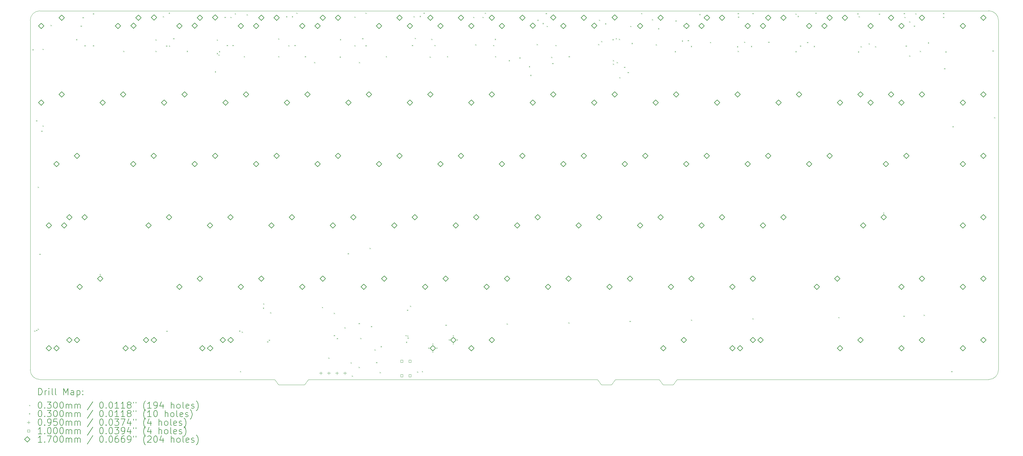
<source format=gbr>
%TF.GenerationSoftware,KiCad,Pcbnew,8.99.0-2641-g1a24c99a2a*%
%TF.CreationDate,2024-10-13T14:17:06+07:00*%
%TF.ProjectId,75\u0025,3735252e-6b69-4636-9164-5f7063625858,rev?*%
%TF.SameCoordinates,Original*%
%TF.FileFunction,Drillmap*%
%TF.FilePolarity,Positive*%
%FSLAX45Y45*%
G04 Gerber Fmt 4.5, Leading zero omitted, Abs format (unit mm)*
G04 Created by KiCad (PCBNEW 8.99.0-2641-g1a24c99a2a) date 2024-10-13 14:17:06*
%MOMM*%
%LPD*%
G01*
G04 APERTURE LIST*
%ADD10C,0.050000*%
%ADD11C,0.200000*%
%ADD12C,0.100000*%
%ADD13C,0.170000*%
G04 APERTURE END LIST*
D10*
X48471895Y10743355D02*
X48351895Y10903355D01*
X48781895Y10743355D02*
X48901895Y10903355D01*
X46871895Y10743355D02*
X46991895Y10903355D01*
X28851895Y22043355D02*
G75*
G02*
X29151895Y22343355I299995J5D01*
G01*
X46561895Y10743355D02*
X46871895Y10743355D01*
X37351895Y10743355D02*
X37471895Y10903355D01*
X58871895Y11203355D02*
G75*
G02*
X58571895Y10903355I-300005J5D01*
G01*
X58871895Y11203355D02*
X58871895Y22043355D01*
X46561895Y10743355D02*
X46441895Y10903355D01*
X46991895Y10903355D02*
X48351895Y10903355D01*
X29151895Y10903355D02*
X36431895Y10903355D01*
X36551895Y10743355D02*
X37351895Y10743355D01*
X58571895Y22343355D02*
X29151895Y22343355D01*
X36551895Y10743355D02*
X36431895Y10903355D01*
X29151895Y10903355D02*
G75*
G02*
X28851885Y11203355I-5J300005D01*
G01*
X37471895Y10903355D02*
X46441895Y10903355D01*
X48471895Y10743355D02*
X48781895Y10743355D01*
X48901895Y10903355D02*
X58571895Y10903355D01*
X28851895Y22043355D02*
X28851895Y11203355D01*
X58571895Y22343355D02*
G75*
G02*
X58871885Y22043355I-5J-299995D01*
G01*
D11*
D12*
X28920000Y21152855D02*
X28950000Y21122855D01*
X28950000Y21152855D02*
X28920000Y21122855D01*
X28975000Y12425000D02*
X29005000Y12395000D01*
X29005000Y12425000D02*
X28975000Y12395000D01*
X29035000Y18945000D02*
X29065000Y18915000D01*
X29065000Y18945000D02*
X29035000Y18915000D01*
X29035000Y12445000D02*
X29065000Y12415000D01*
X29065000Y12445000D02*
X29035000Y12415000D01*
X29085000Y16885000D02*
X29115000Y16855000D01*
X29115000Y16885000D02*
X29085000Y16855000D01*
X29085000Y12480105D02*
X29115000Y12450105D01*
X29115000Y12480105D02*
X29085000Y12450105D01*
X29135000Y14805000D02*
X29165000Y14775000D01*
X29165000Y14805000D02*
X29135000Y14775000D01*
X29195000Y18625000D02*
X29225000Y18595000D01*
X29225000Y18625000D02*
X29195000Y18595000D01*
X29235000Y21165000D02*
X29265000Y21135000D01*
X29265000Y21165000D02*
X29235000Y21135000D01*
X29235000Y18783750D02*
X29265000Y18753750D01*
X29265000Y18783750D02*
X29235000Y18753750D01*
X29485000Y21905000D02*
X29515000Y21875000D01*
X29515000Y21905000D02*
X29485000Y21875000D01*
X30275000Y21465000D02*
X30305000Y21435000D01*
X30305000Y21465000D02*
X30275000Y21435000D01*
X30415000Y21885000D02*
X30445000Y21855000D01*
X30445000Y21885000D02*
X30415000Y21855000D01*
X30475000Y22145000D02*
X30505000Y22115000D01*
X30505000Y22145000D02*
X30475000Y22115000D01*
X30535000Y21275000D02*
X30565000Y21245000D01*
X30565000Y21275000D02*
X30535000Y21245000D01*
X30795000Y22265000D02*
X30825000Y22235000D01*
X30825000Y22265000D02*
X30795000Y22235000D01*
X30795000Y21275000D02*
X30825000Y21245000D01*
X30825000Y21275000D02*
X30795000Y21245000D01*
X31736505Y21099348D02*
X31766505Y21069348D01*
X31766505Y21099348D02*
X31736505Y21069348D01*
X32733895Y21455000D02*
X32763895Y21425000D01*
X32763895Y21455000D02*
X32733895Y21425000D01*
X32733895Y21100000D02*
X32763895Y21070000D01*
X32763895Y21100000D02*
X32733895Y21070000D01*
X32965000Y22175000D02*
X32995000Y22145000D01*
X32995000Y22175000D02*
X32965000Y22145000D01*
X33065000Y21265000D02*
X33095000Y21235000D01*
X33095000Y21265000D02*
X33065000Y21235000D01*
X33072296Y12417704D02*
X33102296Y12387704D01*
X33102296Y12417704D02*
X33072296Y12387704D01*
X33145000Y22285000D02*
X33175000Y22255000D01*
X33175000Y22285000D02*
X33145000Y22255000D01*
X33155000Y21265000D02*
X33185000Y21235000D01*
X33185000Y21265000D02*
X33155000Y21235000D01*
X33285000Y21495000D02*
X33315000Y21465000D01*
X33315000Y21495000D02*
X33285000Y21465000D01*
X33705000Y21100000D02*
X33735000Y21070000D01*
X33735000Y21100000D02*
X33705000Y21070000D01*
X34575000Y20465000D02*
X34605000Y20435000D01*
X34605000Y20465000D02*
X34575000Y20435000D01*
X34636895Y21453355D02*
X34666895Y21423355D01*
X34666895Y21453355D02*
X34636895Y21423355D01*
X34636895Y21035000D02*
X34666895Y21005000D01*
X34666895Y21035000D02*
X34636895Y21005000D01*
X34686895Y20985000D02*
X34716895Y20955000D01*
X34716895Y20985000D02*
X34686895Y20955000D01*
X34705000Y21095000D02*
X34735000Y21065000D01*
X34735000Y21095000D02*
X34705000Y21065000D01*
X34875000Y22155000D02*
X34905000Y22125000D01*
X34905000Y22155000D02*
X34875000Y22125000D01*
X34945000Y21285000D02*
X34975000Y21255000D01*
X34975000Y21285000D02*
X34945000Y21255000D01*
X35059895Y22155000D02*
X35089895Y22125000D01*
X35089895Y22155000D02*
X35059895Y22125000D01*
X35125000Y21285000D02*
X35155000Y21255000D01*
X35155000Y21285000D02*
X35125000Y21255000D01*
X35195000Y22265000D02*
X35225000Y22235000D01*
X35225000Y22265000D02*
X35195000Y22235000D01*
X35328770Y12421230D02*
X35358770Y12391230D01*
X35358770Y12421230D02*
X35328770Y12391230D01*
X35355000Y11165000D02*
X35385000Y11135000D01*
X35385000Y11165000D02*
X35355000Y11135000D01*
X35410355Y12390355D02*
X35440355Y12360355D01*
X35440355Y12390355D02*
X35410355Y12360355D01*
X35475000Y20935000D02*
X35505000Y20905000D01*
X35505000Y20935000D02*
X35475000Y20905000D01*
X35565000Y22235000D02*
X35595000Y22205000D01*
X35595000Y22235000D02*
X35565000Y22205000D01*
X36067145Y13135000D02*
X36097145Y13105000D01*
X36097145Y13135000D02*
X36067145Y13105000D01*
X36075000Y13265000D02*
X36105000Y13235000D01*
X36105000Y13265000D02*
X36075000Y13235000D01*
X36197145Y12090000D02*
X36227145Y12060000D01*
X36227145Y12090000D02*
X36197145Y12060000D01*
X36247145Y12140000D02*
X36277145Y12110000D01*
X36277145Y12140000D02*
X36247145Y12110000D01*
X36292145Y12992218D02*
X36322145Y12962218D01*
X36322145Y12992218D02*
X36292145Y12962218D01*
X36540895Y21485000D02*
X36570895Y21455000D01*
X36570895Y21485000D02*
X36540895Y21455000D01*
X36540895Y20935000D02*
X36570895Y20905000D01*
X36570895Y20935000D02*
X36540895Y20905000D01*
X36785000Y22175000D02*
X36815000Y22145000D01*
X36815000Y22175000D02*
X36785000Y22145000D01*
X36855000Y21275000D02*
X36885000Y21245000D01*
X36885000Y21275000D02*
X36855000Y21245000D01*
X36965000Y22175000D02*
X36995000Y22145000D01*
X36995000Y22175000D02*
X36965000Y22145000D01*
X37045000Y21285000D02*
X37075000Y21255000D01*
X37075000Y21285000D02*
X37045000Y21255000D01*
X37105000Y22288355D02*
X37135000Y22258355D01*
X37135000Y22288355D02*
X37105000Y22258355D01*
X37365000Y20935000D02*
X37395000Y20905000D01*
X37395000Y20935000D02*
X37365000Y20905000D01*
X37655000Y20755000D02*
X37685000Y20725000D01*
X37685000Y20755000D02*
X37655000Y20725000D01*
X37895000Y13155000D02*
X37925000Y13125000D01*
X37925000Y13155000D02*
X37895000Y13125000D01*
X38095000Y11585000D02*
X38125000Y11555000D01*
X38125000Y11585000D02*
X38095000Y11555000D01*
X38265000Y12975000D02*
X38295000Y12945000D01*
X38295000Y12975000D02*
X38265000Y12945000D01*
X38265000Y12285000D02*
X38295000Y12255000D01*
X38295000Y12285000D02*
X38265000Y12255000D01*
X38355000Y12190000D02*
X38385000Y12160000D01*
X38385000Y12190000D02*
X38355000Y12160000D01*
X38445895Y20925000D02*
X38475895Y20895000D01*
X38475895Y20925000D02*
X38445895Y20895000D01*
X38455000Y21465000D02*
X38485000Y21435000D01*
X38485000Y21465000D02*
X38455000Y21435000D01*
X38595000Y12525000D02*
X38625000Y12495000D01*
X38625000Y12525000D02*
X38595000Y12495000D01*
X38695000Y14825000D02*
X38725000Y14795000D01*
X38725000Y14825000D02*
X38695000Y14795000D01*
X38785000Y11435000D02*
X38815000Y11405000D01*
X38815000Y11435000D02*
X38785000Y11405000D01*
X38825000Y11025000D02*
X38855000Y10995000D01*
X38855000Y11025000D02*
X38825000Y10995000D01*
X38905000Y22165000D02*
X38935000Y22135000D01*
X38935000Y22165000D02*
X38905000Y22135000D01*
X38905000Y21275000D02*
X38935000Y21245000D01*
X38935000Y21275000D02*
X38905000Y21245000D01*
X39035000Y12655000D02*
X39065000Y12625000D01*
X39065000Y12655000D02*
X39035000Y12625000D01*
X39035000Y11295000D02*
X39065000Y11265000D01*
X39065000Y11295000D02*
X39035000Y11265000D01*
X39045000Y20755000D02*
X39075000Y20725000D01*
X39075000Y20755000D02*
X39045000Y20725000D01*
X39085000Y12195000D02*
X39115000Y12165000D01*
X39115000Y12195000D02*
X39085000Y12165000D01*
X39145000Y21495000D02*
X39175000Y21465000D01*
X39175000Y21495000D02*
X39145000Y21465000D01*
X39245000Y22288355D02*
X39275000Y22258355D01*
X39275000Y22288355D02*
X39245000Y22258355D01*
X39245000Y21275000D02*
X39275000Y21245000D01*
X39275000Y21275000D02*
X39245000Y21245000D01*
X39375000Y14990000D02*
X39405000Y14960000D01*
X39405000Y14990000D02*
X39375000Y14960000D01*
X39415000Y12563750D02*
X39445000Y12533750D01*
X39445000Y12563750D02*
X39415000Y12533750D01*
X39525000Y11840000D02*
X39555000Y11810000D01*
X39555000Y11840000D02*
X39525000Y11810000D01*
X39575000Y11445000D02*
X39605000Y11415000D01*
X39605000Y11445000D02*
X39575000Y11415000D01*
X39685000Y11135000D02*
X39715000Y11105000D01*
X39715000Y11135000D02*
X39685000Y11105000D01*
X39715000Y11940000D02*
X39745000Y11910000D01*
X39745000Y11940000D02*
X39715000Y11910000D01*
X39875000Y20935000D02*
X39905000Y20905000D01*
X39905000Y20935000D02*
X39875000Y20905000D01*
X40485000Y12285000D02*
X40515000Y12255000D01*
X40515000Y12285000D02*
X40485000Y12255000D01*
X40505000Y12075000D02*
X40535000Y12045000D01*
X40535000Y12075000D02*
X40505000Y12045000D01*
X40535000Y13068750D02*
X40565000Y13038750D01*
X40565000Y13068750D02*
X40535000Y13038750D01*
X40543209Y12270448D02*
X40573209Y12240448D01*
X40573209Y12270448D02*
X40543209Y12240448D01*
X40549769Y12206297D02*
X40579769Y12176297D01*
X40579769Y12206297D02*
X40549769Y12176297D01*
X40625000Y13195000D02*
X40655000Y13165000D01*
X40655000Y13195000D02*
X40625000Y13165000D01*
X40685000Y21285000D02*
X40715000Y21255000D01*
X40715000Y21285000D02*
X40685000Y21255000D01*
X40735000Y22175000D02*
X40765000Y22145000D01*
X40765000Y22175000D02*
X40735000Y22145000D01*
X40775000Y21505000D02*
X40805000Y21475000D01*
X40805000Y21505000D02*
X40775000Y21475000D01*
X40845000Y11155000D02*
X40875000Y11125000D01*
X40875000Y11155000D02*
X40845000Y11125000D01*
X40925000Y22185000D02*
X40955000Y22155000D01*
X40955000Y22185000D02*
X40925000Y22155000D01*
X40995000Y11163750D02*
X41025000Y11133750D01*
X41025000Y11163750D02*
X40995000Y11133750D01*
X41045000Y22285000D02*
X41075000Y22255000D01*
X41075000Y22285000D02*
X41045000Y22255000D01*
X41235000Y20925000D02*
X41265000Y20895000D01*
X41265000Y20925000D02*
X41235000Y20895000D01*
X41285000Y21475000D02*
X41315000Y21445000D01*
X41315000Y21475000D02*
X41285000Y21445000D01*
X41385000Y21285000D02*
X41415000Y21255000D01*
X41415000Y21285000D02*
X41385000Y21255000D01*
X41725000Y12603750D02*
X41755000Y12573750D01*
X41755000Y12603750D02*
X41725000Y12573750D01*
X41775000Y20935000D02*
X41805000Y20905000D01*
X41805000Y20935000D02*
X41775000Y20905000D01*
X42585000Y22155000D02*
X42615000Y22125000D01*
X42615000Y22155000D02*
X42585000Y22125000D01*
X42647395Y21305000D02*
X42677395Y21275000D01*
X42677395Y21305000D02*
X42647395Y21275000D01*
X42875000Y22155000D02*
X42905000Y22125000D01*
X42905000Y22155000D02*
X42875000Y22125000D01*
X42945000Y22285000D02*
X42975000Y22255000D01*
X42975000Y22285000D02*
X42945000Y22255000D01*
X43205000Y21285000D02*
X43235000Y21255000D01*
X43235000Y21285000D02*
X43205000Y21255000D01*
X43255000Y21475000D02*
X43285000Y21445000D01*
X43285000Y21475000D02*
X43255000Y21445000D01*
X43265000Y20935000D02*
X43295000Y20905000D01*
X43295000Y20935000D02*
X43265000Y20905000D01*
X43622145Y12643750D02*
X43652145Y12613750D01*
X43652145Y12643750D02*
X43622145Y12613750D01*
X43685000Y20815000D02*
X43715000Y20785000D01*
X43715000Y20815000D02*
X43685000Y20785000D01*
X44017154Y20899315D02*
X44047154Y20869315D01*
X44047154Y20899315D02*
X44017154Y20869315D01*
X44315000Y20625000D02*
X44345000Y20595000D01*
X44345000Y20625000D02*
X44315000Y20595000D01*
X44355000Y20355000D02*
X44385000Y20325000D01*
X44385000Y20355000D02*
X44355000Y20325000D01*
X44552395Y21315000D02*
X44582395Y21285000D01*
X44582395Y21315000D02*
X44552395Y21285000D01*
X44575000Y22065000D02*
X44605000Y22035000D01*
X44605000Y22065000D02*
X44575000Y22035000D01*
X44735000Y21965000D02*
X44765000Y21935000D01*
X44765000Y21965000D02*
X44735000Y21935000D01*
X44835000Y22275000D02*
X44865000Y22245000D01*
X44865000Y22275000D02*
X44835000Y22245000D01*
X44865208Y21875764D02*
X44895208Y21845764D01*
X44895208Y21875764D02*
X44865208Y21845764D01*
X45005000Y20915000D02*
X45035000Y20885000D01*
X45035000Y20915000D02*
X45005000Y20885000D01*
X45035000Y20725000D02*
X45065000Y20695000D01*
X45065000Y20725000D02*
X45035000Y20695000D01*
X45135000Y21285000D02*
X45165000Y21255000D01*
X45165000Y21285000D02*
X45135000Y21255000D01*
X45535000Y12675000D02*
X45565000Y12645000D01*
X45565000Y12675000D02*
X45535000Y12645000D01*
X45545000Y20935000D02*
X45575000Y20905000D01*
X45575000Y20935000D02*
X45545000Y20905000D01*
X46457395Y21315000D02*
X46487395Y21285000D01*
X46487395Y21315000D02*
X46457395Y21285000D01*
X46485000Y22065000D02*
X46515000Y22035000D01*
X46515000Y22065000D02*
X46485000Y22035000D01*
X46555000Y21405000D02*
X46585000Y21375000D01*
X46585000Y21405000D02*
X46555000Y21375000D01*
X46675000Y21955000D02*
X46705000Y21925000D01*
X46705000Y21955000D02*
X46675000Y21925000D01*
X46905000Y21465000D02*
X46935000Y21435000D01*
X46935000Y21465000D02*
X46905000Y21435000D01*
X46915000Y20815000D02*
X46945000Y20785000D01*
X46945000Y20815000D02*
X46915000Y20785000D01*
X46915000Y20705000D02*
X46945000Y20675000D01*
X46945000Y20705000D02*
X46915000Y20675000D01*
X47005000Y21495000D02*
X47035000Y21465000D01*
X47035000Y21495000D02*
X47005000Y21465000D01*
X47035000Y20755000D02*
X47065000Y20725000D01*
X47065000Y20755000D02*
X47035000Y20725000D01*
X47105000Y21475000D02*
X47135000Y21445000D01*
X47135000Y21475000D02*
X47105000Y21445000D01*
X47115000Y20285000D02*
X47145000Y20255000D01*
X47145000Y20285000D02*
X47115000Y20255000D01*
X47265000Y20605000D02*
X47295000Y20575000D01*
X47295000Y20605000D02*
X47265000Y20575000D01*
X47375000Y20445000D02*
X47405000Y20415000D01*
X47405000Y20445000D02*
X47375000Y20415000D01*
X47435000Y12723750D02*
X47465000Y12693750D01*
X47465000Y12723750D02*
X47435000Y12693750D01*
X47455000Y21875000D02*
X47485000Y21845000D01*
X47485000Y21875000D02*
X47455000Y21845000D01*
X47495000Y21345000D02*
X47525000Y21315000D01*
X47525000Y21345000D02*
X47495000Y21315000D01*
X47795000Y22275000D02*
X47825000Y22245000D01*
X47825000Y22275000D02*
X47795000Y22245000D01*
X48129645Y22082316D02*
X48159645Y22052316D01*
X48159645Y22082316D02*
X48129645Y22052316D01*
X48245000Y21305000D02*
X48275000Y21275000D01*
X48275000Y21305000D02*
X48245000Y21275000D01*
X48319645Y21805000D02*
X48349645Y21775000D01*
X48349645Y21805000D02*
X48319645Y21775000D01*
X48835000Y21095000D02*
X48865000Y21065000D01*
X48865000Y21095000D02*
X48835000Y21065000D01*
X48855000Y22045000D02*
X48885000Y22015000D01*
X48885000Y22045000D02*
X48855000Y22015000D01*
X49055000Y21425000D02*
X49085000Y21395000D01*
X49085000Y21425000D02*
X49055000Y21395000D01*
X49235000Y21435000D02*
X49265000Y21405000D01*
X49265000Y21435000D02*
X49235000Y21405000D01*
X49335000Y21255000D02*
X49365000Y21225000D01*
X49365000Y21255000D02*
X49335000Y21225000D01*
X49337145Y12763750D02*
X49367145Y12733750D01*
X49367145Y12763750D02*
X49337145Y12733750D01*
X49595000Y22245000D02*
X49625000Y22215000D01*
X49625000Y22245000D02*
X49595000Y22215000D01*
X49925000Y21375000D02*
X49955000Y21345000D01*
X49955000Y21375000D02*
X49925000Y21345000D01*
X50765000Y21245000D02*
X50795000Y21215000D01*
X50795000Y21245000D02*
X50765000Y21215000D01*
X50785000Y22275000D02*
X50815000Y22245000D01*
X50815000Y22275000D02*
X50785000Y22245000D01*
X50785000Y21100000D02*
X50815000Y21070000D01*
X50815000Y21100000D02*
X50785000Y21070000D01*
X50795000Y22165000D02*
X50825000Y22135000D01*
X50825000Y22165000D02*
X50795000Y22135000D01*
X50985000Y21385000D02*
X51015000Y21355000D01*
X51015000Y21385000D02*
X50985000Y21355000D01*
X51195000Y21255000D02*
X51225000Y21225000D01*
X51225000Y21255000D02*
X51195000Y21225000D01*
X51242145Y12803750D02*
X51272145Y12773750D01*
X51272145Y12803750D02*
X51242145Y12773750D01*
X51245000Y22275000D02*
X51275000Y22245000D01*
X51275000Y22275000D02*
X51245000Y22245000D01*
X51735000Y21385000D02*
X51765000Y21355000D01*
X51765000Y21385000D02*
X51735000Y21355000D01*
X52575000Y22255000D02*
X52605000Y22225000D01*
X52605000Y22255000D02*
X52575000Y22225000D01*
X52575000Y21095000D02*
X52605000Y21065000D01*
X52605000Y21095000D02*
X52575000Y21065000D01*
X52645000Y22185000D02*
X52675000Y22155000D01*
X52675000Y22185000D02*
X52645000Y22155000D01*
X52715000Y21265000D02*
X52745000Y21235000D01*
X52745000Y21265000D02*
X52715000Y21235000D01*
X52935000Y21375000D02*
X52965000Y21345000D01*
X52965000Y21375000D02*
X52935000Y21345000D01*
X53145000Y21255000D02*
X53175000Y21225000D01*
X53175000Y21255000D02*
X53145000Y21225000D01*
X53195000Y22288355D02*
X53225000Y22258355D01*
X53225000Y22288355D02*
X53195000Y22258355D01*
X53905000Y12843750D02*
X53935000Y12813750D01*
X53935000Y12843750D02*
X53905000Y12813750D01*
X54495000Y22265000D02*
X54525000Y22235000D01*
X54525000Y22265000D02*
X54495000Y22235000D01*
X54515000Y21085000D02*
X54545000Y21055000D01*
X54545000Y21085000D02*
X54515000Y21055000D01*
X54535000Y22175000D02*
X54565000Y22145000D01*
X54565000Y22175000D02*
X54535000Y22145000D01*
X54595000Y21245000D02*
X54625000Y21215000D01*
X54625000Y21245000D02*
X54595000Y21215000D01*
X54845000Y21335000D02*
X54875000Y21305000D01*
X54875000Y21335000D02*
X54845000Y21305000D01*
X55045000Y21245000D02*
X55075000Y21215000D01*
X55075000Y21245000D02*
X55045000Y21215000D01*
X55165000Y22255000D02*
X55195000Y22225000D01*
X55195000Y22255000D02*
X55165000Y22225000D01*
X55924171Y12883750D02*
X55954171Y12853750D01*
X55954171Y12883750D02*
X55924171Y12853750D01*
X55935000Y22275000D02*
X55965000Y22245000D01*
X55965000Y22275000D02*
X55935000Y22245000D01*
X55955000Y22155000D02*
X55985000Y22125000D01*
X55985000Y22155000D02*
X55955000Y22125000D01*
X55995000Y21265000D02*
X56025000Y21235000D01*
X56025000Y21265000D02*
X55995000Y21235000D01*
X56105000Y22015000D02*
X56135000Y21985000D01*
X56135000Y22015000D02*
X56105000Y21985000D01*
X56105000Y20955000D02*
X56135000Y20925000D01*
X56135000Y20955000D02*
X56105000Y20925000D01*
X56245000Y21885000D02*
X56275000Y21855000D01*
X56275000Y21885000D02*
X56245000Y21855000D01*
X56295000Y22265000D02*
X56325000Y22235000D01*
X56325000Y22265000D02*
X56295000Y22235000D01*
X56435000Y21100000D02*
X56465000Y21070000D01*
X56465000Y21100000D02*
X56435000Y21070000D01*
X56550895Y12915000D02*
X56580895Y12885000D01*
X56580895Y12915000D02*
X56550895Y12885000D01*
X56685000Y21365000D02*
X56715000Y21335000D01*
X56715000Y21365000D02*
X56685000Y21335000D01*
X57155000Y22275000D02*
X57185000Y22245000D01*
X57185000Y22275000D02*
X57155000Y22245000D01*
X57155000Y22155000D02*
X57185000Y22125000D01*
X57185000Y22155000D02*
X57155000Y22125000D01*
X57185000Y20565000D02*
X57215000Y20535000D01*
X57215000Y20565000D02*
X57185000Y20535000D01*
X57225000Y21085000D02*
X57255000Y21055000D01*
X57255000Y21085000D02*
X57225000Y21055000D01*
X57405000Y11163750D02*
X57435000Y11133750D01*
X57435000Y11163750D02*
X57405000Y11133750D01*
X57445000Y18765000D02*
X57475000Y18735000D01*
X57475000Y18765000D02*
X57445000Y18735000D01*
X58686020Y21113980D02*
X58716020Y21083980D01*
X58716020Y21113980D02*
X58686020Y21083980D01*
X58735000Y19045000D02*
X58765000Y19015000D01*
X58765000Y19045000D02*
X58735000Y19015000D01*
X31038955Y14161105D02*
G75*
G02*
X31008955Y14161105I-15000J0D01*
G01*
X31008955Y14161105D02*
G75*
G02*
X31038955Y14161105I15000J0D01*
G01*
X41225245Y11877105D02*
G75*
G02*
X41195245Y11877105I-15000J0D01*
G01*
X41195245Y11877105D02*
G75*
G02*
X41225245Y11877105I15000J0D01*
G01*
X41349245Y11751105D02*
G75*
G02*
X41319245Y11751105I-15000J0D01*
G01*
X41319245Y11751105D02*
G75*
G02*
X41349245Y11751105I15000J0D01*
G01*
X41350245Y12001105D02*
G75*
G02*
X41320245Y12001105I-15000J0D01*
G01*
X41320245Y12001105D02*
G75*
G02*
X41350245Y12001105I15000J0D01*
G01*
X41475245Y11876105D02*
G75*
G02*
X41445245Y11876105I-15000J0D01*
G01*
X41445245Y11876105D02*
G75*
G02*
X41475245Y11876105I15000J0D01*
G01*
X41860245Y12130105D02*
G75*
G02*
X41830245Y12130105I-15000J0D01*
G01*
X41830245Y12130105D02*
G75*
G02*
X41860245Y12130105I15000J0D01*
G01*
X41985245Y12256105D02*
G75*
G02*
X41955245Y12256105I-15000J0D01*
G01*
X41955245Y12256105D02*
G75*
G02*
X41985245Y12256105I15000J0D01*
G01*
X41985245Y12006105D02*
G75*
G02*
X41955245Y12006105I-15000J0D01*
G01*
X41955245Y12006105D02*
G75*
G02*
X41985245Y12006105I15000J0D01*
G01*
X42109245Y12131105D02*
G75*
G02*
X42079245Y12131105I-15000J0D01*
G01*
X42079245Y12131105D02*
G75*
G02*
X42109245Y12131105I15000J0D01*
G01*
X55327705Y16066105D02*
G75*
G02*
X55297705Y16066105I-15000J0D01*
G01*
X55297705Y16066105D02*
G75*
G02*
X55327705Y16066105I15000J0D01*
G01*
X37860000Y11147500D02*
X37860000Y11052500D01*
X37812500Y11100000D02*
X37907500Y11100000D01*
X38110000Y11147500D02*
X38110000Y11052500D01*
X38062500Y11100000D02*
X38157500Y11100000D01*
X38360000Y11147500D02*
X38360000Y11052500D01*
X38312500Y11100000D02*
X38407500Y11100000D01*
X38610000Y11147500D02*
X38610000Y11052500D01*
X38562500Y11100000D02*
X38657500Y11100000D01*
X40407250Y11438000D02*
X40407250Y11508711D01*
X40336539Y11508711D01*
X40336539Y11438000D01*
X40407250Y11438000D01*
X40407250Y10988000D02*
X40407250Y11058711D01*
X40336539Y11058711D01*
X40336539Y10988000D01*
X40407250Y10988000D01*
X40657250Y11438000D02*
X40657250Y11508711D01*
X40586539Y11508711D01*
X40586539Y11438000D01*
X40657250Y11438000D01*
X40657250Y10988000D02*
X40657250Y11058711D01*
X40586539Y11058711D01*
X40586539Y10988000D01*
X40657250Y10988000D01*
D13*
X29190895Y21792355D02*
X29275895Y21877355D01*
X29190895Y21962355D01*
X29105895Y21877355D01*
X29190895Y21792355D01*
X29190895Y19411105D02*
X29275895Y19496105D01*
X29190895Y19581105D01*
X29105895Y19496105D01*
X29190895Y19411105D01*
X29428995Y15601105D02*
X29513995Y15686105D01*
X29428995Y15771105D01*
X29343995Y15686105D01*
X29428995Y15601105D01*
X29428995Y11791105D02*
X29513995Y11876105D01*
X29428995Y11961105D01*
X29343995Y11876105D01*
X29428995Y11791105D01*
X29667195Y17506105D02*
X29752195Y17591105D01*
X29667195Y17676105D01*
X29582195Y17591105D01*
X29667195Y17506105D01*
X29671895Y11790355D02*
X29756895Y11875355D01*
X29671895Y11960355D01*
X29586895Y11875355D01*
X29671895Y11790355D01*
X29825895Y22046355D02*
X29910895Y22131355D01*
X29825895Y22216355D01*
X29740895Y22131355D01*
X29825895Y22046355D01*
X29825895Y19665105D02*
X29910895Y19750105D01*
X29825895Y19835105D01*
X29740895Y19750105D01*
X29825895Y19665105D01*
X29905295Y15601105D02*
X29990295Y15686105D01*
X29905295Y15771105D01*
X29820295Y15686105D01*
X29905295Y15601105D01*
X30063995Y15855105D02*
X30148995Y15940105D01*
X30063995Y16025105D01*
X29978995Y15940105D01*
X30063995Y15855105D01*
X30063995Y12045105D02*
X30148995Y12130105D01*
X30063995Y12215105D01*
X29978995Y12130105D01*
X30063995Y12045105D01*
X30302195Y17760105D02*
X30387195Y17845105D01*
X30302195Y17930105D01*
X30217195Y17845105D01*
X30302195Y17760105D01*
X30306895Y12044355D02*
X30391895Y12129355D01*
X30306895Y12214355D01*
X30221895Y12129355D01*
X30306895Y12044355D01*
X30388955Y13696105D02*
X30473955Y13781105D01*
X30388955Y13866105D01*
X30303955Y13781105D01*
X30388955Y13696105D01*
X30540295Y15855105D02*
X30625295Y15940105D01*
X30540295Y16025105D01*
X30455295Y15940105D01*
X30540295Y15855105D01*
X31023955Y13950105D02*
X31108955Y14035105D01*
X31023955Y14120105D01*
X30938955Y14035105D01*
X31023955Y13950105D01*
X31095895Y19411105D02*
X31180895Y19496105D01*
X31095895Y19581105D01*
X31010895Y19496105D01*
X31095895Y19411105D01*
X31572145Y21792355D02*
X31657145Y21877355D01*
X31572145Y21962355D01*
X31487145Y21877355D01*
X31572145Y21792355D01*
X31730895Y19665105D02*
X31815895Y19750105D01*
X31730895Y19835105D01*
X31645895Y19750105D01*
X31730895Y19665105D01*
X31810245Y11791105D02*
X31895245Y11876105D01*
X31810245Y11961105D01*
X31725245Y11876105D01*
X31810245Y11791105D01*
X32048395Y17506105D02*
X32133395Y17591105D01*
X32048395Y17676105D01*
X31963395Y17591105D01*
X32048395Y17506105D01*
X32051895Y11790855D02*
X32136895Y11875855D01*
X32051895Y11960855D01*
X31966895Y11875855D01*
X32051895Y11790855D01*
X32052895Y21794355D02*
X32137895Y21879355D01*
X32052895Y21964355D01*
X31967895Y21879355D01*
X32052895Y21794355D01*
X32207145Y22046355D02*
X32292145Y22131355D01*
X32207145Y22216355D01*
X32122145Y22131355D01*
X32207145Y22046355D01*
X32445245Y12045105D02*
X32530245Y12130105D01*
X32445245Y12215105D01*
X32360245Y12130105D01*
X32445245Y12045105D01*
X32524645Y15601105D02*
X32609645Y15686105D01*
X32524645Y15771105D01*
X32439645Y15686105D01*
X32524645Y15601105D01*
X32683395Y17760105D02*
X32768395Y17845105D01*
X32683395Y17930105D01*
X32598395Y17845105D01*
X32683395Y17760105D01*
X32686895Y12044855D02*
X32771895Y12129855D01*
X32686895Y12214855D01*
X32601895Y12129855D01*
X32686895Y12044855D01*
X32687895Y22048355D02*
X32772895Y22133355D01*
X32687895Y22218355D01*
X32602895Y22133355D01*
X32687895Y22048355D01*
X33000895Y19411105D02*
X33085895Y19496105D01*
X33000895Y19581105D01*
X32915895Y19496105D01*
X33000895Y19411105D01*
X33159645Y15855105D02*
X33244645Y15940105D01*
X33159645Y16025105D01*
X33074645Y15940105D01*
X33159645Y15855105D01*
X33477145Y21792355D02*
X33562145Y21877355D01*
X33477145Y21962355D01*
X33392145Y21877355D01*
X33477145Y21792355D01*
X33477145Y13696105D02*
X33562145Y13781105D01*
X33477145Y13866105D01*
X33392145Y13781105D01*
X33477145Y13696105D01*
X33635895Y19665105D02*
X33720895Y19750105D01*
X33635895Y19835105D01*
X33550895Y19750105D01*
X33635895Y19665105D01*
X33953395Y17506105D02*
X34038395Y17591105D01*
X33953395Y17676105D01*
X33868395Y17591105D01*
X33953395Y17506105D01*
X33955895Y21793355D02*
X34040895Y21878355D01*
X33955895Y21963355D01*
X33870895Y21878355D01*
X33955895Y21793355D01*
X34112145Y22046355D02*
X34197145Y22131355D01*
X34112145Y22216355D01*
X34027145Y22131355D01*
X34112145Y22046355D01*
X34112145Y13950105D02*
X34197145Y14035105D01*
X34112145Y14120105D01*
X34027145Y14035105D01*
X34112145Y13950105D01*
X34191495Y11791105D02*
X34276495Y11876105D01*
X34191495Y11961105D01*
X34106495Y11876105D01*
X34191495Y11791105D01*
X34429645Y15601105D02*
X34514645Y15686105D01*
X34429645Y15771105D01*
X34344645Y15686105D01*
X34429645Y15601105D01*
X34430895Y11789355D02*
X34515895Y11874355D01*
X34430895Y11959355D01*
X34345895Y11874355D01*
X34430895Y11789355D01*
X34588395Y17760105D02*
X34673395Y17845105D01*
X34588395Y17930105D01*
X34503395Y17845105D01*
X34588395Y17760105D01*
X34590895Y22047355D02*
X34675895Y22132355D01*
X34590895Y22217355D01*
X34505895Y22132355D01*
X34590895Y22047355D01*
X34826495Y12045105D02*
X34911495Y12130105D01*
X34826495Y12215105D01*
X34741495Y12130105D01*
X34826495Y12045105D01*
X34905895Y19411105D02*
X34990895Y19496105D01*
X34905895Y19581105D01*
X34820895Y19496105D01*
X34905895Y19411105D01*
X35064645Y15855105D02*
X35149645Y15940105D01*
X35064645Y16025105D01*
X34979645Y15940105D01*
X35064645Y15855105D01*
X35065895Y12043355D02*
X35150895Y12128355D01*
X35065895Y12213355D01*
X34980895Y12128355D01*
X35065895Y12043355D01*
X35382145Y21792355D02*
X35467145Y21877355D01*
X35382145Y21962355D01*
X35297145Y21877355D01*
X35382145Y21792355D01*
X35382145Y13696105D02*
X35467145Y13781105D01*
X35382145Y13866105D01*
X35297145Y13781105D01*
X35382145Y13696105D01*
X35540895Y19665105D02*
X35625895Y19750105D01*
X35540895Y19835105D01*
X35455895Y19750105D01*
X35540895Y19665105D01*
X35858395Y17506105D02*
X35943395Y17591105D01*
X35858395Y17676105D01*
X35773395Y17591105D01*
X35858395Y17506105D01*
X35859895Y21792355D02*
X35944895Y21877355D01*
X35859895Y21962355D01*
X35774895Y21877355D01*
X35859895Y21792355D01*
X36017145Y22046355D02*
X36102145Y22131355D01*
X36017145Y22216355D01*
X35932145Y22131355D01*
X36017145Y22046355D01*
X36017145Y13950105D02*
X36102145Y14035105D01*
X36017145Y14120105D01*
X35932145Y14035105D01*
X36017145Y13950105D01*
X36334645Y15601105D02*
X36419645Y15686105D01*
X36334645Y15771105D01*
X36249645Y15686105D01*
X36334645Y15601105D01*
X36493395Y17760105D02*
X36578395Y17845105D01*
X36493395Y17930105D01*
X36408395Y17845105D01*
X36493395Y17760105D01*
X36494895Y22046355D02*
X36579895Y22131355D01*
X36494895Y22216355D01*
X36409895Y22131355D01*
X36494895Y22046355D01*
X36810895Y19411105D02*
X36895895Y19496105D01*
X36810895Y19581105D01*
X36725895Y19496105D01*
X36810895Y19411105D01*
X36969645Y15855105D02*
X37054645Y15940105D01*
X36969645Y16025105D01*
X36884645Y15940105D01*
X36969645Y15855105D01*
X37287145Y21792355D02*
X37372145Y21877355D01*
X37287145Y21962355D01*
X37202145Y21877355D01*
X37287145Y21792355D01*
X37287145Y13696105D02*
X37372145Y13781105D01*
X37287145Y13866105D01*
X37202145Y13781105D01*
X37287145Y13696105D01*
X37445895Y19665105D02*
X37530895Y19750105D01*
X37445895Y19835105D01*
X37360895Y19750105D01*
X37445895Y19665105D01*
X37763395Y17506105D02*
X37848395Y17591105D01*
X37763395Y17676105D01*
X37678395Y17591105D01*
X37763395Y17506105D01*
X37764895Y21792355D02*
X37849895Y21877355D01*
X37764895Y21962355D01*
X37679895Y21877355D01*
X37764895Y21792355D01*
X37922145Y22046355D02*
X38007145Y22131355D01*
X37922145Y22216355D01*
X37837145Y22131355D01*
X37922145Y22046355D01*
X37922145Y13950105D02*
X38007145Y14035105D01*
X37922145Y14120105D01*
X37837145Y14035105D01*
X37922145Y13950105D01*
X38239645Y15601105D02*
X38324645Y15686105D01*
X38239645Y15771105D01*
X38154645Y15686105D01*
X38239645Y15601105D01*
X38398395Y17760105D02*
X38483395Y17845105D01*
X38398395Y17930105D01*
X38313395Y17845105D01*
X38398395Y17760105D01*
X38399895Y22046355D02*
X38484895Y22131355D01*
X38399895Y22216355D01*
X38314895Y22131355D01*
X38399895Y22046355D01*
X38715895Y19411105D02*
X38800895Y19496105D01*
X38715895Y19581105D01*
X38630895Y19496105D01*
X38715895Y19411105D01*
X38874645Y15855105D02*
X38959645Y15940105D01*
X38874645Y16025105D01*
X38789645Y15940105D01*
X38874645Y15855105D01*
X39192145Y13696105D02*
X39277145Y13781105D01*
X39192145Y13866105D01*
X39107145Y13781105D01*
X39192145Y13696105D01*
X39350895Y19665105D02*
X39435895Y19750105D01*
X39350895Y19835105D01*
X39265895Y19750105D01*
X39350895Y19665105D01*
X39668395Y21792355D02*
X39753395Y21877355D01*
X39668395Y21962355D01*
X39583395Y21877355D01*
X39668395Y21792355D01*
X39668395Y17506105D02*
X39753395Y17591105D01*
X39668395Y17676105D01*
X39583395Y17591105D01*
X39668395Y17506105D01*
X39827145Y13950105D02*
X39912145Y14035105D01*
X39827145Y14120105D01*
X39742145Y14035105D01*
X39827145Y13950105D01*
X40144645Y15601105D02*
X40229645Y15686105D01*
X40144645Y15771105D01*
X40059645Y15686105D01*
X40144645Y15601105D01*
X40303395Y22046355D02*
X40388395Y22131355D01*
X40303395Y22216355D01*
X40218395Y22131355D01*
X40303395Y22046355D01*
X40303395Y17760105D02*
X40388395Y17845105D01*
X40303395Y17930105D01*
X40218395Y17845105D01*
X40303395Y17760105D01*
X40620895Y19411105D02*
X40705895Y19496105D01*
X40620895Y19581105D01*
X40535895Y19496105D01*
X40620895Y19411105D01*
X40624895Y21791355D02*
X40709895Y21876355D01*
X40624895Y21961355D01*
X40539895Y21876355D01*
X40624895Y21791355D01*
X40779645Y15855105D02*
X40864645Y15940105D01*
X40779645Y16025105D01*
X40694645Y15940105D01*
X40779645Y15855105D01*
X41097145Y13696105D02*
X41182145Y13781105D01*
X41097145Y13866105D01*
X41012145Y13781105D01*
X41097145Y13696105D01*
X41255895Y19665105D02*
X41340895Y19750105D01*
X41255895Y19835105D01*
X41170895Y19750105D01*
X41255895Y19665105D01*
X41259895Y22045355D02*
X41344895Y22130355D01*
X41259895Y22215355D01*
X41174895Y22130355D01*
X41259895Y22045355D01*
X41335245Y11791105D02*
X41420245Y11876105D01*
X41335245Y11961105D01*
X41250245Y11876105D01*
X41335245Y11791105D01*
X41573395Y21792355D02*
X41658395Y21877355D01*
X41573395Y21962355D01*
X41488395Y21877355D01*
X41573395Y21792355D01*
X41573395Y17506105D02*
X41658395Y17591105D01*
X41573395Y17676105D01*
X41488395Y17591105D01*
X41573395Y17506105D01*
X41732145Y13950105D02*
X41817145Y14035105D01*
X41732145Y14120105D01*
X41647145Y14035105D01*
X41732145Y13950105D01*
X41970245Y12045105D02*
X42055245Y12130105D01*
X41970245Y12215105D01*
X41885245Y12130105D01*
X41970245Y12045105D01*
X42049645Y15601105D02*
X42134645Y15686105D01*
X42049645Y15771105D01*
X41964645Y15686105D01*
X42049645Y15601105D01*
X42208395Y22046355D02*
X42293395Y22131355D01*
X42208395Y22216355D01*
X42123395Y22131355D01*
X42208395Y22046355D01*
X42208395Y17760105D02*
X42293395Y17845105D01*
X42208395Y17930105D01*
X42123395Y17845105D01*
X42208395Y17760105D01*
X42525895Y19411105D02*
X42610895Y19496105D01*
X42525895Y19581105D01*
X42440895Y19496105D01*
X42525895Y19411105D01*
X42526895Y11790855D02*
X42611895Y11875855D01*
X42526895Y11960855D01*
X42441895Y11875855D01*
X42526895Y11790855D01*
X42530895Y21792355D02*
X42615895Y21877355D01*
X42530895Y21962355D01*
X42445895Y21877355D01*
X42530895Y21792355D01*
X42684645Y15855105D02*
X42769645Y15940105D01*
X42684645Y16025105D01*
X42599645Y15940105D01*
X42684645Y15855105D01*
X43002145Y13696105D02*
X43087145Y13781105D01*
X43002145Y13866105D01*
X42917145Y13781105D01*
X43002145Y13696105D01*
X43160895Y19665105D02*
X43245895Y19750105D01*
X43160895Y19835105D01*
X43075895Y19750105D01*
X43160895Y19665105D01*
X43161895Y12044855D02*
X43246895Y12129855D01*
X43161895Y12214855D01*
X43076895Y12129855D01*
X43161895Y12044855D01*
X43165895Y22046355D02*
X43250895Y22131355D01*
X43165895Y22216355D01*
X43080895Y22131355D01*
X43165895Y22046355D01*
X43478395Y21792355D02*
X43563395Y21877355D01*
X43478395Y21962355D01*
X43393395Y21877355D01*
X43478395Y21792355D01*
X43478395Y17506105D02*
X43563395Y17591105D01*
X43478395Y17676105D01*
X43393395Y17591105D01*
X43478395Y17506105D01*
X43637145Y13950105D02*
X43722145Y14035105D01*
X43637145Y14120105D01*
X43552145Y14035105D01*
X43637145Y13950105D01*
X43954645Y15601105D02*
X44039645Y15686105D01*
X43954645Y15771105D01*
X43869645Y15686105D01*
X43954645Y15601105D01*
X44113395Y22046355D02*
X44198395Y22131355D01*
X44113395Y22216355D01*
X44028395Y22131355D01*
X44113395Y22046355D01*
X44113395Y17760105D02*
X44198395Y17845105D01*
X44113395Y17930105D01*
X44028395Y17845105D01*
X44113395Y17760105D01*
X44430895Y19411105D02*
X44515895Y19496105D01*
X44430895Y19581105D01*
X44345895Y19496105D01*
X44430895Y19411105D01*
X44434895Y21793355D02*
X44519895Y21878355D01*
X44434895Y21963355D01*
X44349895Y21878355D01*
X44434895Y21793355D01*
X44589645Y15855105D02*
X44674645Y15940105D01*
X44589645Y16025105D01*
X44504645Y15940105D01*
X44589645Y15855105D01*
X44907145Y13696105D02*
X44992145Y13781105D01*
X44907145Y13866105D01*
X44822145Y13781105D01*
X44907145Y13696105D01*
X45065895Y19665105D02*
X45150895Y19750105D01*
X45065895Y19835105D01*
X44980895Y19750105D01*
X45065895Y19665105D01*
X45069895Y22047355D02*
X45154895Y22132355D01*
X45069895Y22217355D01*
X44984895Y22132355D01*
X45069895Y22047355D01*
X45383395Y21792355D02*
X45468395Y21877355D01*
X45383395Y21962355D01*
X45298395Y21877355D01*
X45383395Y21792355D01*
X45383395Y17506105D02*
X45468395Y17591105D01*
X45383395Y17676105D01*
X45298395Y17591105D01*
X45383395Y17506105D01*
X45542145Y13950105D02*
X45627145Y14035105D01*
X45542145Y14120105D01*
X45457145Y14035105D01*
X45542145Y13950105D01*
X45859645Y15601105D02*
X45944645Y15686105D01*
X45859645Y15771105D01*
X45774645Y15686105D01*
X45859645Y15601105D01*
X46018395Y22046355D02*
X46103395Y22131355D01*
X46018395Y22216355D01*
X45933395Y22131355D01*
X46018395Y22046355D01*
X46018395Y17760105D02*
X46103395Y17845105D01*
X46018395Y17930105D01*
X45933395Y17845105D01*
X46018395Y17760105D01*
X46335895Y19411105D02*
X46420895Y19496105D01*
X46335895Y19581105D01*
X46250895Y19496105D01*
X46335895Y19411105D01*
X46340895Y21793355D02*
X46425895Y21878355D01*
X46340895Y21963355D01*
X46255895Y21878355D01*
X46340895Y21793355D01*
X46494645Y15855105D02*
X46579645Y15940105D01*
X46494645Y16025105D01*
X46409645Y15940105D01*
X46494645Y15855105D01*
X46812145Y13696105D02*
X46897145Y13781105D01*
X46812145Y13866105D01*
X46727145Y13781105D01*
X46812145Y13696105D01*
X46970895Y19665105D02*
X47055895Y19750105D01*
X46970895Y19835105D01*
X46885895Y19750105D01*
X46970895Y19665105D01*
X46975895Y22047355D02*
X47060895Y22132355D01*
X46975895Y22217355D01*
X46890895Y22132355D01*
X46975895Y22047355D01*
X47288395Y17506105D02*
X47373395Y17591105D01*
X47288395Y17676105D01*
X47203395Y17591105D01*
X47288395Y17506105D01*
X47447145Y13950105D02*
X47532145Y14035105D01*
X47447145Y14120105D01*
X47362145Y14035105D01*
X47447145Y13950105D01*
X47764645Y21792355D02*
X47849645Y21877355D01*
X47764645Y21962355D01*
X47679645Y21877355D01*
X47764645Y21792355D01*
X47764645Y15601105D02*
X47849645Y15686105D01*
X47764645Y15771105D01*
X47679645Y15686105D01*
X47764645Y15601105D01*
X47923395Y17760105D02*
X48008395Y17845105D01*
X47923395Y17930105D01*
X47838395Y17845105D01*
X47923395Y17760105D01*
X48240895Y19411105D02*
X48325895Y19496105D01*
X48240895Y19581105D01*
X48155895Y19496105D01*
X48240895Y19411105D01*
X48399645Y22046355D02*
X48484645Y22131355D01*
X48399645Y22216355D01*
X48314645Y22131355D01*
X48399645Y22046355D01*
X48399645Y15855105D02*
X48484645Y15940105D01*
X48399645Y16025105D01*
X48314645Y15940105D01*
X48399645Y15855105D01*
X48478995Y11791105D02*
X48563995Y11876105D01*
X48478995Y11961105D01*
X48393995Y11876105D01*
X48478995Y11791105D01*
X48717145Y13696105D02*
X48802145Y13781105D01*
X48717145Y13866105D01*
X48632145Y13781105D01*
X48717145Y13696105D01*
X48875895Y19665105D02*
X48960895Y19750105D01*
X48875895Y19835105D01*
X48790895Y19750105D01*
X48875895Y19665105D01*
X49113995Y12045105D02*
X49198995Y12130105D01*
X49113995Y12215105D01*
X49028995Y12130105D01*
X49113995Y12045105D01*
X49193395Y17506105D02*
X49278395Y17591105D01*
X49193395Y17676105D01*
X49108395Y17591105D01*
X49193395Y17506105D01*
X49196895Y21792355D02*
X49281895Y21877355D01*
X49196895Y21962355D01*
X49111895Y21877355D01*
X49196895Y21792355D01*
X49352145Y13950105D02*
X49437145Y14035105D01*
X49352145Y14120105D01*
X49267145Y14035105D01*
X49352145Y13950105D01*
X49669645Y21792355D02*
X49754645Y21877355D01*
X49669645Y21962355D01*
X49584645Y21877355D01*
X49669645Y21792355D01*
X49669645Y15601105D02*
X49754645Y15686105D01*
X49669645Y15771105D01*
X49584645Y15686105D01*
X49669645Y15601105D01*
X49828395Y17760105D02*
X49913395Y17845105D01*
X49828395Y17930105D01*
X49743395Y17845105D01*
X49828395Y17760105D01*
X49831895Y22046355D02*
X49916895Y22131355D01*
X49831895Y22216355D01*
X49746895Y22131355D01*
X49831895Y22046355D01*
X50145895Y19411105D02*
X50230895Y19496105D01*
X50145895Y19581105D01*
X50060895Y19496105D01*
X50145895Y19411105D01*
X50304645Y22046355D02*
X50389645Y22131355D01*
X50304645Y22216355D01*
X50219645Y22131355D01*
X50304645Y22046355D01*
X50304645Y15855105D02*
X50389645Y15940105D01*
X50304645Y16025105D01*
X50219645Y15940105D01*
X50304645Y15855105D01*
X50622145Y13696105D02*
X50707145Y13781105D01*
X50622145Y13866105D01*
X50537145Y13781105D01*
X50622145Y13696105D01*
X50622895Y11790355D02*
X50707895Y11875355D01*
X50622895Y11960355D01*
X50537895Y11875355D01*
X50622895Y11790355D01*
X50780895Y19665105D02*
X50865895Y19750105D01*
X50780895Y19835105D01*
X50695895Y19750105D01*
X50780895Y19665105D01*
X50860245Y11791105D02*
X50945245Y11876105D01*
X50860245Y11961105D01*
X50775245Y11876105D01*
X50860245Y11791105D01*
X51098395Y17506105D02*
X51183395Y17591105D01*
X51098395Y17676105D01*
X51013395Y17591105D01*
X51098395Y17506105D01*
X51100895Y21791355D02*
X51185895Y21876355D01*
X51100895Y21961355D01*
X51015895Y21876355D01*
X51100895Y21791355D01*
X51257145Y13950105D02*
X51342145Y14035105D01*
X51257145Y14120105D01*
X51172145Y14035105D01*
X51257145Y13950105D01*
X51257895Y12044355D02*
X51342895Y12129355D01*
X51257895Y12214355D01*
X51172895Y12129355D01*
X51257895Y12044355D01*
X51495245Y12045105D02*
X51580245Y12130105D01*
X51495245Y12215105D01*
X51410245Y12130105D01*
X51495245Y12045105D01*
X51574645Y21792355D02*
X51659645Y21877355D01*
X51574645Y21962355D01*
X51489645Y21877355D01*
X51574645Y21792355D01*
X51574645Y15601105D02*
X51659645Y15686105D01*
X51574645Y15771105D01*
X51489645Y15686105D01*
X51574645Y15601105D01*
X51733395Y17760105D02*
X51818395Y17845105D01*
X51733395Y17930105D01*
X51648395Y17845105D01*
X51733395Y17760105D01*
X51735895Y22045355D02*
X51820895Y22130355D01*
X51735895Y22215355D01*
X51650895Y22130355D01*
X51735895Y22045355D01*
X52050895Y19411105D02*
X52135895Y19496105D01*
X52050895Y19581105D01*
X51965895Y19496105D01*
X52050895Y19411105D01*
X52209645Y22046355D02*
X52294645Y22131355D01*
X52209645Y22216355D01*
X52124645Y22131355D01*
X52209645Y22046355D01*
X52209645Y15855105D02*
X52294645Y15940105D01*
X52209645Y16025105D01*
X52124645Y15940105D01*
X52209645Y15855105D01*
X52685895Y19665105D02*
X52770895Y19750105D01*
X52685895Y19835105D01*
X52600895Y19750105D01*
X52685895Y19665105D01*
X53003395Y17506105D02*
X53088395Y17591105D01*
X53003395Y17676105D01*
X52918395Y17591105D01*
X53003395Y17506105D01*
X53005895Y21792355D02*
X53090895Y21877355D01*
X53005895Y21962355D01*
X52920895Y21877355D01*
X53005895Y21792355D01*
X53241545Y13696105D02*
X53326545Y13781105D01*
X53241545Y13866105D01*
X53156545Y13781105D01*
X53241545Y13696105D01*
X53479645Y21792355D02*
X53564645Y21877355D01*
X53479645Y21962355D01*
X53394645Y21877355D01*
X53479645Y21792355D01*
X53638395Y17760105D02*
X53723395Y17845105D01*
X53638395Y17930105D01*
X53553395Y17845105D01*
X53638395Y17760105D01*
X53640895Y22046355D02*
X53725895Y22131355D01*
X53640895Y22216355D01*
X53555895Y22131355D01*
X53640895Y22046355D01*
X53876545Y13950105D02*
X53961545Y14035105D01*
X53876545Y14120105D01*
X53791545Y14035105D01*
X53876545Y13950105D01*
X53955895Y19411105D02*
X54040895Y19496105D01*
X53955895Y19581105D01*
X53870895Y19496105D01*
X53955895Y19411105D01*
X53955895Y11791105D02*
X54040895Y11876105D01*
X53955895Y11961105D01*
X53870895Y11876105D01*
X53955895Y11791105D01*
X54114645Y22046355D02*
X54199645Y22131355D01*
X54114645Y22216355D01*
X54029645Y22131355D01*
X54114645Y22046355D01*
X54590895Y19665105D02*
X54675895Y19750105D01*
X54590895Y19835105D01*
X54505895Y19750105D01*
X54590895Y19665105D01*
X54590895Y12045105D02*
X54675895Y12130105D01*
X54590895Y12215105D01*
X54505895Y12130105D01*
X54590895Y12045105D01*
X54677705Y15601105D02*
X54762705Y15686105D01*
X54677705Y15771105D01*
X54592705Y15686105D01*
X54677705Y15601105D01*
X54908395Y19411105D02*
X54993395Y19496105D01*
X54908395Y19581105D01*
X54823395Y19496105D01*
X54908395Y19411105D01*
X54910895Y21792355D02*
X54995895Y21877355D01*
X54910895Y21962355D01*
X54825895Y21877355D01*
X54910895Y21792355D01*
X55312705Y15855105D02*
X55397705Y15940105D01*
X55312705Y16025105D01*
X55227705Y15940105D01*
X55312705Y15855105D01*
X55384695Y17506105D02*
X55469695Y17591105D01*
X55384695Y17676105D01*
X55299695Y17591105D01*
X55384695Y17506105D01*
X55543395Y19665105D02*
X55628395Y19750105D01*
X55543395Y19835105D01*
X55458395Y19750105D01*
X55543395Y19665105D01*
X55545895Y22046355D02*
X55630895Y22131355D01*
X55545895Y22216355D01*
X55460895Y22131355D01*
X55545895Y22046355D01*
X55860895Y21792355D02*
X55945895Y21877355D01*
X55860895Y21962355D01*
X55775895Y21877355D01*
X55860895Y21792355D01*
X55860895Y19411105D02*
X55945895Y19496105D01*
X55860895Y19581105D01*
X55775895Y19496105D01*
X55860895Y19411105D01*
X55860895Y13696105D02*
X55945895Y13781105D01*
X55860895Y13866105D01*
X55775895Y13781105D01*
X55860895Y13696105D01*
X55860895Y11791105D02*
X55945895Y11876105D01*
X55860895Y11961105D01*
X55775895Y11876105D01*
X55860895Y11791105D01*
X56019695Y17760105D02*
X56104695Y17845105D01*
X56019695Y17930105D01*
X55934695Y17845105D01*
X56019695Y17760105D01*
X56495895Y22046355D02*
X56580895Y22131355D01*
X56495895Y22216355D01*
X56410895Y22131355D01*
X56495895Y22046355D01*
X56495895Y19665105D02*
X56580895Y19750105D01*
X56495895Y19835105D01*
X56410895Y19750105D01*
X56495895Y19665105D01*
X56495895Y13950105D02*
X56580895Y14035105D01*
X56495895Y14120105D01*
X56410895Y14035105D01*
X56495895Y13950105D01*
X56495895Y12045105D02*
X56580895Y12130105D01*
X56495895Y12215105D01*
X56410895Y12130105D01*
X56495895Y12045105D01*
X57765895Y21792355D02*
X57850895Y21877355D01*
X57765895Y21962355D01*
X57680895Y21877355D01*
X57765895Y21792355D01*
X57765895Y19411105D02*
X57850895Y19496105D01*
X57765895Y19581105D01*
X57680895Y19496105D01*
X57765895Y19411105D01*
X57765895Y17506105D02*
X57850895Y17591105D01*
X57765895Y17676105D01*
X57680895Y17591105D01*
X57765895Y17506105D01*
X57765895Y15601105D02*
X57850895Y15686105D01*
X57765895Y15771105D01*
X57680895Y15686105D01*
X57765895Y15601105D01*
X57765895Y13696105D02*
X57850895Y13781105D01*
X57765895Y13866105D01*
X57680895Y13781105D01*
X57765895Y13696105D01*
X57765895Y11791105D02*
X57850895Y11876105D01*
X57765895Y11961105D01*
X57680895Y11876105D01*
X57765895Y11791105D01*
X58400895Y22046355D02*
X58485895Y22131355D01*
X58400895Y22216355D01*
X58315895Y22131355D01*
X58400895Y22046355D01*
X58400895Y19665105D02*
X58485895Y19750105D01*
X58400895Y19835105D01*
X58315895Y19750105D01*
X58400895Y19665105D01*
X58400895Y17760105D02*
X58485895Y17845105D01*
X58400895Y17930105D01*
X58315895Y17845105D01*
X58400895Y17760105D01*
X58400895Y15855105D02*
X58485895Y15940105D01*
X58400895Y16025105D01*
X58315895Y15940105D01*
X58400895Y15855105D01*
X58400895Y13950105D02*
X58485895Y14035105D01*
X58400895Y14120105D01*
X58315895Y14035105D01*
X58400895Y13950105D01*
X58400895Y12045105D02*
X58485895Y12130105D01*
X58400895Y12215105D01*
X58315895Y12130105D01*
X58400895Y12045105D01*
D11*
X29110171Y10429371D02*
X29110171Y10629371D01*
X29110171Y10629371D02*
X29157790Y10629371D01*
X29157790Y10629371D02*
X29186362Y10619848D01*
X29186362Y10619848D02*
X29205410Y10600800D01*
X29205410Y10600800D02*
X29214933Y10581752D01*
X29214933Y10581752D02*
X29224457Y10543657D01*
X29224457Y10543657D02*
X29224457Y10515086D01*
X29224457Y10515086D02*
X29214933Y10476991D01*
X29214933Y10476991D02*
X29205410Y10457943D01*
X29205410Y10457943D02*
X29186362Y10438895D01*
X29186362Y10438895D02*
X29157790Y10429371D01*
X29157790Y10429371D02*
X29110171Y10429371D01*
X29310171Y10429371D02*
X29310171Y10562705D01*
X29310171Y10524610D02*
X29319695Y10543657D01*
X29319695Y10543657D02*
X29329219Y10553181D01*
X29329219Y10553181D02*
X29348267Y10562705D01*
X29348267Y10562705D02*
X29367314Y10562705D01*
X29433981Y10429371D02*
X29433981Y10562705D01*
X29433981Y10629371D02*
X29424457Y10619848D01*
X29424457Y10619848D02*
X29433981Y10610324D01*
X29433981Y10610324D02*
X29443505Y10619848D01*
X29443505Y10619848D02*
X29433981Y10629371D01*
X29433981Y10629371D02*
X29433981Y10610324D01*
X29557790Y10429371D02*
X29538743Y10438895D01*
X29538743Y10438895D02*
X29529219Y10457943D01*
X29529219Y10457943D02*
X29529219Y10629371D01*
X29662552Y10429371D02*
X29643505Y10438895D01*
X29643505Y10438895D02*
X29633981Y10457943D01*
X29633981Y10457943D02*
X29633981Y10629371D01*
X29891124Y10429371D02*
X29891124Y10629371D01*
X29891124Y10629371D02*
X29957791Y10486514D01*
X29957791Y10486514D02*
X30024457Y10629371D01*
X30024457Y10629371D02*
X30024457Y10429371D01*
X30205410Y10429371D02*
X30205410Y10534133D01*
X30205410Y10534133D02*
X30195886Y10553181D01*
X30195886Y10553181D02*
X30176838Y10562705D01*
X30176838Y10562705D02*
X30138743Y10562705D01*
X30138743Y10562705D02*
X30119695Y10553181D01*
X30205410Y10438895D02*
X30186362Y10429371D01*
X30186362Y10429371D02*
X30138743Y10429371D01*
X30138743Y10429371D02*
X30119695Y10438895D01*
X30119695Y10438895D02*
X30110171Y10457943D01*
X30110171Y10457943D02*
X30110171Y10476991D01*
X30110171Y10476991D02*
X30119695Y10496038D01*
X30119695Y10496038D02*
X30138743Y10505562D01*
X30138743Y10505562D02*
X30186362Y10505562D01*
X30186362Y10505562D02*
X30205410Y10515086D01*
X30300648Y10562705D02*
X30300648Y10362705D01*
X30300648Y10553181D02*
X30319695Y10562705D01*
X30319695Y10562705D02*
X30357791Y10562705D01*
X30357791Y10562705D02*
X30376838Y10553181D01*
X30376838Y10553181D02*
X30386362Y10543657D01*
X30386362Y10543657D02*
X30395886Y10524610D01*
X30395886Y10524610D02*
X30395886Y10467467D01*
X30395886Y10467467D02*
X30386362Y10448419D01*
X30386362Y10448419D02*
X30376838Y10438895D01*
X30376838Y10438895D02*
X30357791Y10429371D01*
X30357791Y10429371D02*
X30319695Y10429371D01*
X30319695Y10429371D02*
X30300648Y10438895D01*
X30481600Y10448419D02*
X30491124Y10438895D01*
X30491124Y10438895D02*
X30481600Y10429371D01*
X30481600Y10429371D02*
X30472076Y10438895D01*
X30472076Y10438895D02*
X30481600Y10448419D01*
X30481600Y10448419D02*
X30481600Y10429371D01*
X30481600Y10553181D02*
X30491124Y10543657D01*
X30491124Y10543657D02*
X30481600Y10534133D01*
X30481600Y10534133D02*
X30472076Y10543657D01*
X30472076Y10543657D02*
X30481600Y10553181D01*
X30481600Y10553181D02*
X30481600Y10534133D01*
D12*
X28819395Y10115855D02*
X28849395Y10085855D01*
X28849395Y10115855D02*
X28819395Y10085855D01*
D11*
X29148267Y10209371D02*
X29167314Y10209371D01*
X29167314Y10209371D02*
X29186362Y10199848D01*
X29186362Y10199848D02*
X29195886Y10190324D01*
X29195886Y10190324D02*
X29205410Y10171276D01*
X29205410Y10171276D02*
X29214933Y10133181D01*
X29214933Y10133181D02*
X29214933Y10085562D01*
X29214933Y10085562D02*
X29205410Y10047467D01*
X29205410Y10047467D02*
X29195886Y10028419D01*
X29195886Y10028419D02*
X29186362Y10018895D01*
X29186362Y10018895D02*
X29167314Y10009371D01*
X29167314Y10009371D02*
X29148267Y10009371D01*
X29148267Y10009371D02*
X29129219Y10018895D01*
X29129219Y10018895D02*
X29119695Y10028419D01*
X29119695Y10028419D02*
X29110171Y10047467D01*
X29110171Y10047467D02*
X29100648Y10085562D01*
X29100648Y10085562D02*
X29100648Y10133181D01*
X29100648Y10133181D02*
X29110171Y10171276D01*
X29110171Y10171276D02*
X29119695Y10190324D01*
X29119695Y10190324D02*
X29129219Y10199848D01*
X29129219Y10199848D02*
X29148267Y10209371D01*
X29300648Y10028419D02*
X29310171Y10018895D01*
X29310171Y10018895D02*
X29300648Y10009371D01*
X29300648Y10009371D02*
X29291124Y10018895D01*
X29291124Y10018895D02*
X29300648Y10028419D01*
X29300648Y10028419D02*
X29300648Y10009371D01*
X29376838Y10209371D02*
X29500648Y10209371D01*
X29500648Y10209371D02*
X29433981Y10133181D01*
X29433981Y10133181D02*
X29462552Y10133181D01*
X29462552Y10133181D02*
X29481600Y10123657D01*
X29481600Y10123657D02*
X29491124Y10114133D01*
X29491124Y10114133D02*
X29500648Y10095086D01*
X29500648Y10095086D02*
X29500648Y10047467D01*
X29500648Y10047467D02*
X29491124Y10028419D01*
X29491124Y10028419D02*
X29481600Y10018895D01*
X29481600Y10018895D02*
X29462552Y10009371D01*
X29462552Y10009371D02*
X29405410Y10009371D01*
X29405410Y10009371D02*
X29386362Y10018895D01*
X29386362Y10018895D02*
X29376838Y10028419D01*
X29624457Y10209371D02*
X29643505Y10209371D01*
X29643505Y10209371D02*
X29662552Y10199848D01*
X29662552Y10199848D02*
X29672076Y10190324D01*
X29672076Y10190324D02*
X29681600Y10171276D01*
X29681600Y10171276D02*
X29691124Y10133181D01*
X29691124Y10133181D02*
X29691124Y10085562D01*
X29691124Y10085562D02*
X29681600Y10047467D01*
X29681600Y10047467D02*
X29672076Y10028419D01*
X29672076Y10028419D02*
X29662552Y10018895D01*
X29662552Y10018895D02*
X29643505Y10009371D01*
X29643505Y10009371D02*
X29624457Y10009371D01*
X29624457Y10009371D02*
X29605410Y10018895D01*
X29605410Y10018895D02*
X29595886Y10028419D01*
X29595886Y10028419D02*
X29586362Y10047467D01*
X29586362Y10047467D02*
X29576838Y10085562D01*
X29576838Y10085562D02*
X29576838Y10133181D01*
X29576838Y10133181D02*
X29586362Y10171276D01*
X29586362Y10171276D02*
X29595886Y10190324D01*
X29595886Y10190324D02*
X29605410Y10199848D01*
X29605410Y10199848D02*
X29624457Y10209371D01*
X29814933Y10209371D02*
X29833981Y10209371D01*
X29833981Y10209371D02*
X29853029Y10199848D01*
X29853029Y10199848D02*
X29862552Y10190324D01*
X29862552Y10190324D02*
X29872076Y10171276D01*
X29872076Y10171276D02*
X29881600Y10133181D01*
X29881600Y10133181D02*
X29881600Y10085562D01*
X29881600Y10085562D02*
X29872076Y10047467D01*
X29872076Y10047467D02*
X29862552Y10028419D01*
X29862552Y10028419D02*
X29853029Y10018895D01*
X29853029Y10018895D02*
X29833981Y10009371D01*
X29833981Y10009371D02*
X29814933Y10009371D01*
X29814933Y10009371D02*
X29795886Y10018895D01*
X29795886Y10018895D02*
X29786362Y10028419D01*
X29786362Y10028419D02*
X29776838Y10047467D01*
X29776838Y10047467D02*
X29767314Y10085562D01*
X29767314Y10085562D02*
X29767314Y10133181D01*
X29767314Y10133181D02*
X29776838Y10171276D01*
X29776838Y10171276D02*
X29786362Y10190324D01*
X29786362Y10190324D02*
X29795886Y10199848D01*
X29795886Y10199848D02*
X29814933Y10209371D01*
X29967314Y10009371D02*
X29967314Y10142705D01*
X29967314Y10123657D02*
X29976838Y10133181D01*
X29976838Y10133181D02*
X29995886Y10142705D01*
X29995886Y10142705D02*
X30024457Y10142705D01*
X30024457Y10142705D02*
X30043505Y10133181D01*
X30043505Y10133181D02*
X30053029Y10114133D01*
X30053029Y10114133D02*
X30053029Y10009371D01*
X30053029Y10114133D02*
X30062552Y10133181D01*
X30062552Y10133181D02*
X30081600Y10142705D01*
X30081600Y10142705D02*
X30110171Y10142705D01*
X30110171Y10142705D02*
X30129219Y10133181D01*
X30129219Y10133181D02*
X30138743Y10114133D01*
X30138743Y10114133D02*
X30138743Y10009371D01*
X30233981Y10009371D02*
X30233981Y10142705D01*
X30233981Y10123657D02*
X30243505Y10133181D01*
X30243505Y10133181D02*
X30262552Y10142705D01*
X30262552Y10142705D02*
X30291124Y10142705D01*
X30291124Y10142705D02*
X30310172Y10133181D01*
X30310172Y10133181D02*
X30319695Y10114133D01*
X30319695Y10114133D02*
X30319695Y10009371D01*
X30319695Y10114133D02*
X30329219Y10133181D01*
X30329219Y10133181D02*
X30348267Y10142705D01*
X30348267Y10142705D02*
X30376838Y10142705D01*
X30376838Y10142705D02*
X30395886Y10133181D01*
X30395886Y10133181D02*
X30405410Y10114133D01*
X30405410Y10114133D02*
X30405410Y10009371D01*
X30795886Y10218895D02*
X30624457Y9961752D01*
X31053029Y10209371D02*
X31072076Y10209371D01*
X31072076Y10209371D02*
X31091124Y10199848D01*
X31091124Y10199848D02*
X31100648Y10190324D01*
X31100648Y10190324D02*
X31110172Y10171276D01*
X31110172Y10171276D02*
X31119695Y10133181D01*
X31119695Y10133181D02*
X31119695Y10085562D01*
X31119695Y10085562D02*
X31110172Y10047467D01*
X31110172Y10047467D02*
X31100648Y10028419D01*
X31100648Y10028419D02*
X31091124Y10018895D01*
X31091124Y10018895D02*
X31072076Y10009371D01*
X31072076Y10009371D02*
X31053029Y10009371D01*
X31053029Y10009371D02*
X31033981Y10018895D01*
X31033981Y10018895D02*
X31024457Y10028419D01*
X31024457Y10028419D02*
X31014934Y10047467D01*
X31014934Y10047467D02*
X31005410Y10085562D01*
X31005410Y10085562D02*
X31005410Y10133181D01*
X31005410Y10133181D02*
X31014934Y10171276D01*
X31014934Y10171276D02*
X31024457Y10190324D01*
X31024457Y10190324D02*
X31033981Y10199848D01*
X31033981Y10199848D02*
X31053029Y10209371D01*
X31205410Y10028419D02*
X31214934Y10018895D01*
X31214934Y10018895D02*
X31205410Y10009371D01*
X31205410Y10009371D02*
X31195886Y10018895D01*
X31195886Y10018895D02*
X31205410Y10028419D01*
X31205410Y10028419D02*
X31205410Y10009371D01*
X31338743Y10209371D02*
X31357791Y10209371D01*
X31357791Y10209371D02*
X31376838Y10199848D01*
X31376838Y10199848D02*
X31386362Y10190324D01*
X31386362Y10190324D02*
X31395886Y10171276D01*
X31395886Y10171276D02*
X31405410Y10133181D01*
X31405410Y10133181D02*
X31405410Y10085562D01*
X31405410Y10085562D02*
X31395886Y10047467D01*
X31395886Y10047467D02*
X31386362Y10028419D01*
X31386362Y10028419D02*
X31376838Y10018895D01*
X31376838Y10018895D02*
X31357791Y10009371D01*
X31357791Y10009371D02*
X31338743Y10009371D01*
X31338743Y10009371D02*
X31319695Y10018895D01*
X31319695Y10018895D02*
X31310172Y10028419D01*
X31310172Y10028419D02*
X31300648Y10047467D01*
X31300648Y10047467D02*
X31291124Y10085562D01*
X31291124Y10085562D02*
X31291124Y10133181D01*
X31291124Y10133181D02*
X31300648Y10171276D01*
X31300648Y10171276D02*
X31310172Y10190324D01*
X31310172Y10190324D02*
X31319695Y10199848D01*
X31319695Y10199848D02*
X31338743Y10209371D01*
X31595886Y10009371D02*
X31481600Y10009371D01*
X31538743Y10009371D02*
X31538743Y10209371D01*
X31538743Y10209371D02*
X31519695Y10180800D01*
X31519695Y10180800D02*
X31500648Y10161752D01*
X31500648Y10161752D02*
X31481600Y10152229D01*
X31786362Y10009371D02*
X31672076Y10009371D01*
X31729219Y10009371D02*
X31729219Y10209371D01*
X31729219Y10209371D02*
X31710172Y10180800D01*
X31710172Y10180800D02*
X31691124Y10161752D01*
X31691124Y10161752D02*
X31672076Y10152229D01*
X31900648Y10123657D02*
X31881600Y10133181D01*
X31881600Y10133181D02*
X31872076Y10142705D01*
X31872076Y10142705D02*
X31862553Y10161752D01*
X31862553Y10161752D02*
X31862553Y10171276D01*
X31862553Y10171276D02*
X31872076Y10190324D01*
X31872076Y10190324D02*
X31881600Y10199848D01*
X31881600Y10199848D02*
X31900648Y10209371D01*
X31900648Y10209371D02*
X31938743Y10209371D01*
X31938743Y10209371D02*
X31957791Y10199848D01*
X31957791Y10199848D02*
X31967315Y10190324D01*
X31967315Y10190324D02*
X31976838Y10171276D01*
X31976838Y10171276D02*
X31976838Y10161752D01*
X31976838Y10161752D02*
X31967315Y10142705D01*
X31967315Y10142705D02*
X31957791Y10133181D01*
X31957791Y10133181D02*
X31938743Y10123657D01*
X31938743Y10123657D02*
X31900648Y10123657D01*
X31900648Y10123657D02*
X31881600Y10114133D01*
X31881600Y10114133D02*
X31872076Y10104610D01*
X31872076Y10104610D02*
X31862553Y10085562D01*
X31862553Y10085562D02*
X31862553Y10047467D01*
X31862553Y10047467D02*
X31872076Y10028419D01*
X31872076Y10028419D02*
X31881600Y10018895D01*
X31881600Y10018895D02*
X31900648Y10009371D01*
X31900648Y10009371D02*
X31938743Y10009371D01*
X31938743Y10009371D02*
X31957791Y10018895D01*
X31957791Y10018895D02*
X31967315Y10028419D01*
X31967315Y10028419D02*
X31976838Y10047467D01*
X31976838Y10047467D02*
X31976838Y10085562D01*
X31976838Y10085562D02*
X31967315Y10104610D01*
X31967315Y10104610D02*
X31957791Y10114133D01*
X31957791Y10114133D02*
X31938743Y10123657D01*
X32053029Y10209371D02*
X32053029Y10171276D01*
X32129219Y10209371D02*
X32129219Y10171276D01*
X32424458Y9933181D02*
X32414934Y9942705D01*
X32414934Y9942705D02*
X32395886Y9971276D01*
X32395886Y9971276D02*
X32386362Y9990324D01*
X32386362Y9990324D02*
X32376838Y10018895D01*
X32376838Y10018895D02*
X32367315Y10066514D01*
X32367315Y10066514D02*
X32367315Y10104610D01*
X32367315Y10104610D02*
X32376838Y10152229D01*
X32376838Y10152229D02*
X32386362Y10180800D01*
X32386362Y10180800D02*
X32395886Y10199848D01*
X32395886Y10199848D02*
X32414934Y10228419D01*
X32414934Y10228419D02*
X32424458Y10237943D01*
X32605410Y10009371D02*
X32491124Y10009371D01*
X32548267Y10009371D02*
X32548267Y10209371D01*
X32548267Y10209371D02*
X32529219Y10180800D01*
X32529219Y10180800D02*
X32510172Y10161752D01*
X32510172Y10161752D02*
X32491124Y10152229D01*
X32700648Y10009371D02*
X32738743Y10009371D01*
X32738743Y10009371D02*
X32757791Y10018895D01*
X32757791Y10018895D02*
X32767315Y10028419D01*
X32767315Y10028419D02*
X32786362Y10056991D01*
X32786362Y10056991D02*
X32795886Y10095086D01*
X32795886Y10095086D02*
X32795886Y10171276D01*
X32795886Y10171276D02*
X32786362Y10190324D01*
X32786362Y10190324D02*
X32776838Y10199848D01*
X32776838Y10199848D02*
X32757791Y10209371D01*
X32757791Y10209371D02*
X32719696Y10209371D01*
X32719696Y10209371D02*
X32700648Y10199848D01*
X32700648Y10199848D02*
X32691124Y10190324D01*
X32691124Y10190324D02*
X32681600Y10171276D01*
X32681600Y10171276D02*
X32681600Y10123657D01*
X32681600Y10123657D02*
X32691124Y10104610D01*
X32691124Y10104610D02*
X32700648Y10095086D01*
X32700648Y10095086D02*
X32719696Y10085562D01*
X32719696Y10085562D02*
X32757791Y10085562D01*
X32757791Y10085562D02*
X32776838Y10095086D01*
X32776838Y10095086D02*
X32786362Y10104610D01*
X32786362Y10104610D02*
X32795886Y10123657D01*
X32967315Y10142705D02*
X32967315Y10009371D01*
X32919696Y10218895D02*
X32872077Y10076038D01*
X32872077Y10076038D02*
X32995886Y10076038D01*
X33224458Y10009371D02*
X33224458Y10209371D01*
X33310172Y10009371D02*
X33310172Y10114133D01*
X33310172Y10114133D02*
X33300648Y10133181D01*
X33300648Y10133181D02*
X33281600Y10142705D01*
X33281600Y10142705D02*
X33253029Y10142705D01*
X33253029Y10142705D02*
X33233981Y10133181D01*
X33233981Y10133181D02*
X33224458Y10123657D01*
X33433981Y10009371D02*
X33414934Y10018895D01*
X33414934Y10018895D02*
X33405410Y10028419D01*
X33405410Y10028419D02*
X33395886Y10047467D01*
X33395886Y10047467D02*
X33395886Y10104610D01*
X33395886Y10104610D02*
X33405410Y10123657D01*
X33405410Y10123657D02*
X33414934Y10133181D01*
X33414934Y10133181D02*
X33433981Y10142705D01*
X33433981Y10142705D02*
X33462553Y10142705D01*
X33462553Y10142705D02*
X33481600Y10133181D01*
X33481600Y10133181D02*
X33491124Y10123657D01*
X33491124Y10123657D02*
X33500648Y10104610D01*
X33500648Y10104610D02*
X33500648Y10047467D01*
X33500648Y10047467D02*
X33491124Y10028419D01*
X33491124Y10028419D02*
X33481600Y10018895D01*
X33481600Y10018895D02*
X33462553Y10009371D01*
X33462553Y10009371D02*
X33433981Y10009371D01*
X33614934Y10009371D02*
X33595886Y10018895D01*
X33595886Y10018895D02*
X33586362Y10037943D01*
X33586362Y10037943D02*
X33586362Y10209371D01*
X33767315Y10018895D02*
X33748267Y10009371D01*
X33748267Y10009371D02*
X33710172Y10009371D01*
X33710172Y10009371D02*
X33691124Y10018895D01*
X33691124Y10018895D02*
X33681601Y10037943D01*
X33681601Y10037943D02*
X33681601Y10114133D01*
X33681601Y10114133D02*
X33691124Y10133181D01*
X33691124Y10133181D02*
X33710172Y10142705D01*
X33710172Y10142705D02*
X33748267Y10142705D01*
X33748267Y10142705D02*
X33767315Y10133181D01*
X33767315Y10133181D02*
X33776839Y10114133D01*
X33776839Y10114133D02*
X33776839Y10095086D01*
X33776839Y10095086D02*
X33681601Y10076038D01*
X33853029Y10018895D02*
X33872077Y10009371D01*
X33872077Y10009371D02*
X33910172Y10009371D01*
X33910172Y10009371D02*
X33929220Y10018895D01*
X33929220Y10018895D02*
X33938743Y10037943D01*
X33938743Y10037943D02*
X33938743Y10047467D01*
X33938743Y10047467D02*
X33929220Y10066514D01*
X33929220Y10066514D02*
X33910172Y10076038D01*
X33910172Y10076038D02*
X33881601Y10076038D01*
X33881601Y10076038D02*
X33862553Y10085562D01*
X33862553Y10085562D02*
X33853029Y10104610D01*
X33853029Y10104610D02*
X33853029Y10114133D01*
X33853029Y10114133D02*
X33862553Y10133181D01*
X33862553Y10133181D02*
X33881601Y10142705D01*
X33881601Y10142705D02*
X33910172Y10142705D01*
X33910172Y10142705D02*
X33929220Y10133181D01*
X34005410Y9933181D02*
X34014934Y9942705D01*
X34014934Y9942705D02*
X34033982Y9971276D01*
X34033982Y9971276D02*
X34043505Y9990324D01*
X34043505Y9990324D02*
X34053029Y10018895D01*
X34053029Y10018895D02*
X34062553Y10066514D01*
X34062553Y10066514D02*
X34062553Y10104610D01*
X34062553Y10104610D02*
X34053029Y10152229D01*
X34053029Y10152229D02*
X34043505Y10180800D01*
X34043505Y10180800D02*
X34033982Y10199848D01*
X34033982Y10199848D02*
X34014934Y10228419D01*
X34014934Y10228419D02*
X34005410Y10237943D01*
D12*
X28849395Y9836855D02*
G75*
G02*
X28819395Y9836855I-15000J0D01*
G01*
X28819395Y9836855D02*
G75*
G02*
X28849395Y9836855I15000J0D01*
G01*
D11*
X29148267Y9945371D02*
X29167314Y9945371D01*
X29167314Y9945371D02*
X29186362Y9935848D01*
X29186362Y9935848D02*
X29195886Y9926324D01*
X29195886Y9926324D02*
X29205410Y9907276D01*
X29205410Y9907276D02*
X29214933Y9869181D01*
X29214933Y9869181D02*
X29214933Y9821562D01*
X29214933Y9821562D02*
X29205410Y9783467D01*
X29205410Y9783467D02*
X29195886Y9764419D01*
X29195886Y9764419D02*
X29186362Y9754895D01*
X29186362Y9754895D02*
X29167314Y9745371D01*
X29167314Y9745371D02*
X29148267Y9745371D01*
X29148267Y9745371D02*
X29129219Y9754895D01*
X29129219Y9754895D02*
X29119695Y9764419D01*
X29119695Y9764419D02*
X29110171Y9783467D01*
X29110171Y9783467D02*
X29100648Y9821562D01*
X29100648Y9821562D02*
X29100648Y9869181D01*
X29100648Y9869181D02*
X29110171Y9907276D01*
X29110171Y9907276D02*
X29119695Y9926324D01*
X29119695Y9926324D02*
X29129219Y9935848D01*
X29129219Y9935848D02*
X29148267Y9945371D01*
X29300648Y9764419D02*
X29310171Y9754895D01*
X29310171Y9754895D02*
X29300648Y9745371D01*
X29300648Y9745371D02*
X29291124Y9754895D01*
X29291124Y9754895D02*
X29300648Y9764419D01*
X29300648Y9764419D02*
X29300648Y9745371D01*
X29376838Y9945371D02*
X29500648Y9945371D01*
X29500648Y9945371D02*
X29433981Y9869181D01*
X29433981Y9869181D02*
X29462552Y9869181D01*
X29462552Y9869181D02*
X29481600Y9859657D01*
X29481600Y9859657D02*
X29491124Y9850133D01*
X29491124Y9850133D02*
X29500648Y9831086D01*
X29500648Y9831086D02*
X29500648Y9783467D01*
X29500648Y9783467D02*
X29491124Y9764419D01*
X29491124Y9764419D02*
X29481600Y9754895D01*
X29481600Y9754895D02*
X29462552Y9745371D01*
X29462552Y9745371D02*
X29405410Y9745371D01*
X29405410Y9745371D02*
X29386362Y9754895D01*
X29386362Y9754895D02*
X29376838Y9764419D01*
X29624457Y9945371D02*
X29643505Y9945371D01*
X29643505Y9945371D02*
X29662552Y9935848D01*
X29662552Y9935848D02*
X29672076Y9926324D01*
X29672076Y9926324D02*
X29681600Y9907276D01*
X29681600Y9907276D02*
X29691124Y9869181D01*
X29691124Y9869181D02*
X29691124Y9821562D01*
X29691124Y9821562D02*
X29681600Y9783467D01*
X29681600Y9783467D02*
X29672076Y9764419D01*
X29672076Y9764419D02*
X29662552Y9754895D01*
X29662552Y9754895D02*
X29643505Y9745371D01*
X29643505Y9745371D02*
X29624457Y9745371D01*
X29624457Y9745371D02*
X29605410Y9754895D01*
X29605410Y9754895D02*
X29595886Y9764419D01*
X29595886Y9764419D02*
X29586362Y9783467D01*
X29586362Y9783467D02*
X29576838Y9821562D01*
X29576838Y9821562D02*
X29576838Y9869181D01*
X29576838Y9869181D02*
X29586362Y9907276D01*
X29586362Y9907276D02*
X29595886Y9926324D01*
X29595886Y9926324D02*
X29605410Y9935848D01*
X29605410Y9935848D02*
X29624457Y9945371D01*
X29814933Y9945371D02*
X29833981Y9945371D01*
X29833981Y9945371D02*
X29853029Y9935848D01*
X29853029Y9935848D02*
X29862552Y9926324D01*
X29862552Y9926324D02*
X29872076Y9907276D01*
X29872076Y9907276D02*
X29881600Y9869181D01*
X29881600Y9869181D02*
X29881600Y9821562D01*
X29881600Y9821562D02*
X29872076Y9783467D01*
X29872076Y9783467D02*
X29862552Y9764419D01*
X29862552Y9764419D02*
X29853029Y9754895D01*
X29853029Y9754895D02*
X29833981Y9745371D01*
X29833981Y9745371D02*
X29814933Y9745371D01*
X29814933Y9745371D02*
X29795886Y9754895D01*
X29795886Y9754895D02*
X29786362Y9764419D01*
X29786362Y9764419D02*
X29776838Y9783467D01*
X29776838Y9783467D02*
X29767314Y9821562D01*
X29767314Y9821562D02*
X29767314Y9869181D01*
X29767314Y9869181D02*
X29776838Y9907276D01*
X29776838Y9907276D02*
X29786362Y9926324D01*
X29786362Y9926324D02*
X29795886Y9935848D01*
X29795886Y9935848D02*
X29814933Y9945371D01*
X29967314Y9745371D02*
X29967314Y9878705D01*
X29967314Y9859657D02*
X29976838Y9869181D01*
X29976838Y9869181D02*
X29995886Y9878705D01*
X29995886Y9878705D02*
X30024457Y9878705D01*
X30024457Y9878705D02*
X30043505Y9869181D01*
X30043505Y9869181D02*
X30053029Y9850133D01*
X30053029Y9850133D02*
X30053029Y9745371D01*
X30053029Y9850133D02*
X30062552Y9869181D01*
X30062552Y9869181D02*
X30081600Y9878705D01*
X30081600Y9878705D02*
X30110171Y9878705D01*
X30110171Y9878705D02*
X30129219Y9869181D01*
X30129219Y9869181D02*
X30138743Y9850133D01*
X30138743Y9850133D02*
X30138743Y9745371D01*
X30233981Y9745371D02*
X30233981Y9878705D01*
X30233981Y9859657D02*
X30243505Y9869181D01*
X30243505Y9869181D02*
X30262552Y9878705D01*
X30262552Y9878705D02*
X30291124Y9878705D01*
X30291124Y9878705D02*
X30310172Y9869181D01*
X30310172Y9869181D02*
X30319695Y9850133D01*
X30319695Y9850133D02*
X30319695Y9745371D01*
X30319695Y9850133D02*
X30329219Y9869181D01*
X30329219Y9869181D02*
X30348267Y9878705D01*
X30348267Y9878705D02*
X30376838Y9878705D01*
X30376838Y9878705D02*
X30395886Y9869181D01*
X30395886Y9869181D02*
X30405410Y9850133D01*
X30405410Y9850133D02*
X30405410Y9745371D01*
X30795886Y9954895D02*
X30624457Y9697752D01*
X31053029Y9945371D02*
X31072076Y9945371D01*
X31072076Y9945371D02*
X31091124Y9935848D01*
X31091124Y9935848D02*
X31100648Y9926324D01*
X31100648Y9926324D02*
X31110172Y9907276D01*
X31110172Y9907276D02*
X31119695Y9869181D01*
X31119695Y9869181D02*
X31119695Y9821562D01*
X31119695Y9821562D02*
X31110172Y9783467D01*
X31110172Y9783467D02*
X31100648Y9764419D01*
X31100648Y9764419D02*
X31091124Y9754895D01*
X31091124Y9754895D02*
X31072076Y9745371D01*
X31072076Y9745371D02*
X31053029Y9745371D01*
X31053029Y9745371D02*
X31033981Y9754895D01*
X31033981Y9754895D02*
X31024457Y9764419D01*
X31024457Y9764419D02*
X31014934Y9783467D01*
X31014934Y9783467D02*
X31005410Y9821562D01*
X31005410Y9821562D02*
X31005410Y9869181D01*
X31005410Y9869181D02*
X31014934Y9907276D01*
X31014934Y9907276D02*
X31024457Y9926324D01*
X31024457Y9926324D02*
X31033981Y9935848D01*
X31033981Y9935848D02*
X31053029Y9945371D01*
X31205410Y9764419D02*
X31214934Y9754895D01*
X31214934Y9754895D02*
X31205410Y9745371D01*
X31205410Y9745371D02*
X31195886Y9754895D01*
X31195886Y9754895D02*
X31205410Y9764419D01*
X31205410Y9764419D02*
X31205410Y9745371D01*
X31338743Y9945371D02*
X31357791Y9945371D01*
X31357791Y9945371D02*
X31376838Y9935848D01*
X31376838Y9935848D02*
X31386362Y9926324D01*
X31386362Y9926324D02*
X31395886Y9907276D01*
X31395886Y9907276D02*
X31405410Y9869181D01*
X31405410Y9869181D02*
X31405410Y9821562D01*
X31405410Y9821562D02*
X31395886Y9783467D01*
X31395886Y9783467D02*
X31386362Y9764419D01*
X31386362Y9764419D02*
X31376838Y9754895D01*
X31376838Y9754895D02*
X31357791Y9745371D01*
X31357791Y9745371D02*
X31338743Y9745371D01*
X31338743Y9745371D02*
X31319695Y9754895D01*
X31319695Y9754895D02*
X31310172Y9764419D01*
X31310172Y9764419D02*
X31300648Y9783467D01*
X31300648Y9783467D02*
X31291124Y9821562D01*
X31291124Y9821562D02*
X31291124Y9869181D01*
X31291124Y9869181D02*
X31300648Y9907276D01*
X31300648Y9907276D02*
X31310172Y9926324D01*
X31310172Y9926324D02*
X31319695Y9935848D01*
X31319695Y9935848D02*
X31338743Y9945371D01*
X31595886Y9745371D02*
X31481600Y9745371D01*
X31538743Y9745371D02*
X31538743Y9945371D01*
X31538743Y9945371D02*
X31519695Y9916800D01*
X31519695Y9916800D02*
X31500648Y9897752D01*
X31500648Y9897752D02*
X31481600Y9888229D01*
X31786362Y9745371D02*
X31672076Y9745371D01*
X31729219Y9745371D02*
X31729219Y9945371D01*
X31729219Y9945371D02*
X31710172Y9916800D01*
X31710172Y9916800D02*
X31691124Y9897752D01*
X31691124Y9897752D02*
X31672076Y9888229D01*
X31900648Y9859657D02*
X31881600Y9869181D01*
X31881600Y9869181D02*
X31872076Y9878705D01*
X31872076Y9878705D02*
X31862553Y9897752D01*
X31862553Y9897752D02*
X31862553Y9907276D01*
X31862553Y9907276D02*
X31872076Y9926324D01*
X31872076Y9926324D02*
X31881600Y9935848D01*
X31881600Y9935848D02*
X31900648Y9945371D01*
X31900648Y9945371D02*
X31938743Y9945371D01*
X31938743Y9945371D02*
X31957791Y9935848D01*
X31957791Y9935848D02*
X31967315Y9926324D01*
X31967315Y9926324D02*
X31976838Y9907276D01*
X31976838Y9907276D02*
X31976838Y9897752D01*
X31976838Y9897752D02*
X31967315Y9878705D01*
X31967315Y9878705D02*
X31957791Y9869181D01*
X31957791Y9869181D02*
X31938743Y9859657D01*
X31938743Y9859657D02*
X31900648Y9859657D01*
X31900648Y9859657D02*
X31881600Y9850133D01*
X31881600Y9850133D02*
X31872076Y9840610D01*
X31872076Y9840610D02*
X31862553Y9821562D01*
X31862553Y9821562D02*
X31862553Y9783467D01*
X31862553Y9783467D02*
X31872076Y9764419D01*
X31872076Y9764419D02*
X31881600Y9754895D01*
X31881600Y9754895D02*
X31900648Y9745371D01*
X31900648Y9745371D02*
X31938743Y9745371D01*
X31938743Y9745371D02*
X31957791Y9754895D01*
X31957791Y9754895D02*
X31967315Y9764419D01*
X31967315Y9764419D02*
X31976838Y9783467D01*
X31976838Y9783467D02*
X31976838Y9821562D01*
X31976838Y9821562D02*
X31967315Y9840610D01*
X31967315Y9840610D02*
X31957791Y9850133D01*
X31957791Y9850133D02*
X31938743Y9859657D01*
X32053029Y9945371D02*
X32053029Y9907276D01*
X32129219Y9945371D02*
X32129219Y9907276D01*
X32424458Y9669181D02*
X32414934Y9678705D01*
X32414934Y9678705D02*
X32395886Y9707276D01*
X32395886Y9707276D02*
X32386362Y9726324D01*
X32386362Y9726324D02*
X32376838Y9754895D01*
X32376838Y9754895D02*
X32367315Y9802514D01*
X32367315Y9802514D02*
X32367315Y9840610D01*
X32367315Y9840610D02*
X32376838Y9888229D01*
X32376838Y9888229D02*
X32386362Y9916800D01*
X32386362Y9916800D02*
X32395886Y9935848D01*
X32395886Y9935848D02*
X32414934Y9964419D01*
X32414934Y9964419D02*
X32424458Y9973943D01*
X32605410Y9745371D02*
X32491124Y9745371D01*
X32548267Y9745371D02*
X32548267Y9945371D01*
X32548267Y9945371D02*
X32529219Y9916800D01*
X32529219Y9916800D02*
X32510172Y9897752D01*
X32510172Y9897752D02*
X32491124Y9888229D01*
X32729219Y9945371D02*
X32748267Y9945371D01*
X32748267Y9945371D02*
X32767315Y9935848D01*
X32767315Y9935848D02*
X32776838Y9926324D01*
X32776838Y9926324D02*
X32786362Y9907276D01*
X32786362Y9907276D02*
X32795886Y9869181D01*
X32795886Y9869181D02*
X32795886Y9821562D01*
X32795886Y9821562D02*
X32786362Y9783467D01*
X32786362Y9783467D02*
X32776838Y9764419D01*
X32776838Y9764419D02*
X32767315Y9754895D01*
X32767315Y9754895D02*
X32748267Y9745371D01*
X32748267Y9745371D02*
X32729219Y9745371D01*
X32729219Y9745371D02*
X32710172Y9754895D01*
X32710172Y9754895D02*
X32700648Y9764419D01*
X32700648Y9764419D02*
X32691124Y9783467D01*
X32691124Y9783467D02*
X32681600Y9821562D01*
X32681600Y9821562D02*
X32681600Y9869181D01*
X32681600Y9869181D02*
X32691124Y9907276D01*
X32691124Y9907276D02*
X32700648Y9926324D01*
X32700648Y9926324D02*
X32710172Y9935848D01*
X32710172Y9935848D02*
X32729219Y9945371D01*
X33033981Y9745371D02*
X33033981Y9945371D01*
X33119696Y9745371D02*
X33119696Y9850133D01*
X33119696Y9850133D02*
X33110172Y9869181D01*
X33110172Y9869181D02*
X33091124Y9878705D01*
X33091124Y9878705D02*
X33062553Y9878705D01*
X33062553Y9878705D02*
X33043505Y9869181D01*
X33043505Y9869181D02*
X33033981Y9859657D01*
X33243505Y9745371D02*
X33224458Y9754895D01*
X33224458Y9754895D02*
X33214934Y9764419D01*
X33214934Y9764419D02*
X33205410Y9783467D01*
X33205410Y9783467D02*
X33205410Y9840610D01*
X33205410Y9840610D02*
X33214934Y9859657D01*
X33214934Y9859657D02*
X33224458Y9869181D01*
X33224458Y9869181D02*
X33243505Y9878705D01*
X33243505Y9878705D02*
X33272077Y9878705D01*
X33272077Y9878705D02*
X33291124Y9869181D01*
X33291124Y9869181D02*
X33300648Y9859657D01*
X33300648Y9859657D02*
X33310172Y9840610D01*
X33310172Y9840610D02*
X33310172Y9783467D01*
X33310172Y9783467D02*
X33300648Y9764419D01*
X33300648Y9764419D02*
X33291124Y9754895D01*
X33291124Y9754895D02*
X33272077Y9745371D01*
X33272077Y9745371D02*
X33243505Y9745371D01*
X33424458Y9745371D02*
X33405410Y9754895D01*
X33405410Y9754895D02*
X33395886Y9773943D01*
X33395886Y9773943D02*
X33395886Y9945371D01*
X33576839Y9754895D02*
X33557791Y9745371D01*
X33557791Y9745371D02*
X33519696Y9745371D01*
X33519696Y9745371D02*
X33500648Y9754895D01*
X33500648Y9754895D02*
X33491124Y9773943D01*
X33491124Y9773943D02*
X33491124Y9850133D01*
X33491124Y9850133D02*
X33500648Y9869181D01*
X33500648Y9869181D02*
X33519696Y9878705D01*
X33519696Y9878705D02*
X33557791Y9878705D01*
X33557791Y9878705D02*
X33576839Y9869181D01*
X33576839Y9869181D02*
X33586362Y9850133D01*
X33586362Y9850133D02*
X33586362Y9831086D01*
X33586362Y9831086D02*
X33491124Y9812038D01*
X33662553Y9754895D02*
X33681601Y9745371D01*
X33681601Y9745371D02*
X33719696Y9745371D01*
X33719696Y9745371D02*
X33738743Y9754895D01*
X33738743Y9754895D02*
X33748267Y9773943D01*
X33748267Y9773943D02*
X33748267Y9783467D01*
X33748267Y9783467D02*
X33738743Y9802514D01*
X33738743Y9802514D02*
X33719696Y9812038D01*
X33719696Y9812038D02*
X33691124Y9812038D01*
X33691124Y9812038D02*
X33672077Y9821562D01*
X33672077Y9821562D02*
X33662553Y9840610D01*
X33662553Y9840610D02*
X33662553Y9850133D01*
X33662553Y9850133D02*
X33672077Y9869181D01*
X33672077Y9869181D02*
X33691124Y9878705D01*
X33691124Y9878705D02*
X33719696Y9878705D01*
X33719696Y9878705D02*
X33738743Y9869181D01*
X33814934Y9669181D02*
X33824458Y9678705D01*
X33824458Y9678705D02*
X33843505Y9707276D01*
X33843505Y9707276D02*
X33853029Y9726324D01*
X33853029Y9726324D02*
X33862553Y9754895D01*
X33862553Y9754895D02*
X33872077Y9802514D01*
X33872077Y9802514D02*
X33872077Y9840610D01*
X33872077Y9840610D02*
X33862553Y9888229D01*
X33862553Y9888229D02*
X33853029Y9916800D01*
X33853029Y9916800D02*
X33843505Y9935848D01*
X33843505Y9935848D02*
X33824458Y9964419D01*
X33824458Y9964419D02*
X33814934Y9973943D01*
D12*
X28801895Y9620355D02*
X28801895Y9525355D01*
X28754395Y9572855D02*
X28849395Y9572855D01*
D11*
X29148267Y9681371D02*
X29167314Y9681371D01*
X29167314Y9681371D02*
X29186362Y9671848D01*
X29186362Y9671848D02*
X29195886Y9662324D01*
X29195886Y9662324D02*
X29205410Y9643276D01*
X29205410Y9643276D02*
X29214933Y9605181D01*
X29214933Y9605181D02*
X29214933Y9557562D01*
X29214933Y9557562D02*
X29205410Y9519467D01*
X29205410Y9519467D02*
X29195886Y9500419D01*
X29195886Y9500419D02*
X29186362Y9490895D01*
X29186362Y9490895D02*
X29167314Y9481371D01*
X29167314Y9481371D02*
X29148267Y9481371D01*
X29148267Y9481371D02*
X29129219Y9490895D01*
X29129219Y9490895D02*
X29119695Y9500419D01*
X29119695Y9500419D02*
X29110171Y9519467D01*
X29110171Y9519467D02*
X29100648Y9557562D01*
X29100648Y9557562D02*
X29100648Y9605181D01*
X29100648Y9605181D02*
X29110171Y9643276D01*
X29110171Y9643276D02*
X29119695Y9662324D01*
X29119695Y9662324D02*
X29129219Y9671848D01*
X29129219Y9671848D02*
X29148267Y9681371D01*
X29300648Y9500419D02*
X29310171Y9490895D01*
X29310171Y9490895D02*
X29300648Y9481371D01*
X29300648Y9481371D02*
X29291124Y9490895D01*
X29291124Y9490895D02*
X29300648Y9500419D01*
X29300648Y9500419D02*
X29300648Y9481371D01*
X29405410Y9481371D02*
X29443505Y9481371D01*
X29443505Y9481371D02*
X29462552Y9490895D01*
X29462552Y9490895D02*
X29472076Y9500419D01*
X29472076Y9500419D02*
X29491124Y9528991D01*
X29491124Y9528991D02*
X29500648Y9567086D01*
X29500648Y9567086D02*
X29500648Y9643276D01*
X29500648Y9643276D02*
X29491124Y9662324D01*
X29491124Y9662324D02*
X29481600Y9671848D01*
X29481600Y9671848D02*
X29462552Y9681371D01*
X29462552Y9681371D02*
X29424457Y9681371D01*
X29424457Y9681371D02*
X29405410Y9671848D01*
X29405410Y9671848D02*
X29395886Y9662324D01*
X29395886Y9662324D02*
X29386362Y9643276D01*
X29386362Y9643276D02*
X29386362Y9595657D01*
X29386362Y9595657D02*
X29395886Y9576610D01*
X29395886Y9576610D02*
X29405410Y9567086D01*
X29405410Y9567086D02*
X29424457Y9557562D01*
X29424457Y9557562D02*
X29462552Y9557562D01*
X29462552Y9557562D02*
X29481600Y9567086D01*
X29481600Y9567086D02*
X29491124Y9576610D01*
X29491124Y9576610D02*
X29500648Y9595657D01*
X29681600Y9681371D02*
X29586362Y9681371D01*
X29586362Y9681371D02*
X29576838Y9586133D01*
X29576838Y9586133D02*
X29586362Y9595657D01*
X29586362Y9595657D02*
X29605410Y9605181D01*
X29605410Y9605181D02*
X29653029Y9605181D01*
X29653029Y9605181D02*
X29672076Y9595657D01*
X29672076Y9595657D02*
X29681600Y9586133D01*
X29681600Y9586133D02*
X29691124Y9567086D01*
X29691124Y9567086D02*
X29691124Y9519467D01*
X29691124Y9519467D02*
X29681600Y9500419D01*
X29681600Y9500419D02*
X29672076Y9490895D01*
X29672076Y9490895D02*
X29653029Y9481371D01*
X29653029Y9481371D02*
X29605410Y9481371D01*
X29605410Y9481371D02*
X29586362Y9490895D01*
X29586362Y9490895D02*
X29576838Y9500419D01*
X29814933Y9681371D02*
X29833981Y9681371D01*
X29833981Y9681371D02*
X29853029Y9671848D01*
X29853029Y9671848D02*
X29862552Y9662324D01*
X29862552Y9662324D02*
X29872076Y9643276D01*
X29872076Y9643276D02*
X29881600Y9605181D01*
X29881600Y9605181D02*
X29881600Y9557562D01*
X29881600Y9557562D02*
X29872076Y9519467D01*
X29872076Y9519467D02*
X29862552Y9500419D01*
X29862552Y9500419D02*
X29853029Y9490895D01*
X29853029Y9490895D02*
X29833981Y9481371D01*
X29833981Y9481371D02*
X29814933Y9481371D01*
X29814933Y9481371D02*
X29795886Y9490895D01*
X29795886Y9490895D02*
X29786362Y9500419D01*
X29786362Y9500419D02*
X29776838Y9519467D01*
X29776838Y9519467D02*
X29767314Y9557562D01*
X29767314Y9557562D02*
X29767314Y9605181D01*
X29767314Y9605181D02*
X29776838Y9643276D01*
X29776838Y9643276D02*
X29786362Y9662324D01*
X29786362Y9662324D02*
X29795886Y9671848D01*
X29795886Y9671848D02*
X29814933Y9681371D01*
X29967314Y9481371D02*
X29967314Y9614705D01*
X29967314Y9595657D02*
X29976838Y9605181D01*
X29976838Y9605181D02*
X29995886Y9614705D01*
X29995886Y9614705D02*
X30024457Y9614705D01*
X30024457Y9614705D02*
X30043505Y9605181D01*
X30043505Y9605181D02*
X30053029Y9586133D01*
X30053029Y9586133D02*
X30053029Y9481371D01*
X30053029Y9586133D02*
X30062552Y9605181D01*
X30062552Y9605181D02*
X30081600Y9614705D01*
X30081600Y9614705D02*
X30110171Y9614705D01*
X30110171Y9614705D02*
X30129219Y9605181D01*
X30129219Y9605181D02*
X30138743Y9586133D01*
X30138743Y9586133D02*
X30138743Y9481371D01*
X30233981Y9481371D02*
X30233981Y9614705D01*
X30233981Y9595657D02*
X30243505Y9605181D01*
X30243505Y9605181D02*
X30262552Y9614705D01*
X30262552Y9614705D02*
X30291124Y9614705D01*
X30291124Y9614705D02*
X30310172Y9605181D01*
X30310172Y9605181D02*
X30319695Y9586133D01*
X30319695Y9586133D02*
X30319695Y9481371D01*
X30319695Y9586133D02*
X30329219Y9605181D01*
X30329219Y9605181D02*
X30348267Y9614705D01*
X30348267Y9614705D02*
X30376838Y9614705D01*
X30376838Y9614705D02*
X30395886Y9605181D01*
X30395886Y9605181D02*
X30405410Y9586133D01*
X30405410Y9586133D02*
X30405410Y9481371D01*
X30795886Y9690895D02*
X30624457Y9433752D01*
X31053029Y9681371D02*
X31072076Y9681371D01*
X31072076Y9681371D02*
X31091124Y9671848D01*
X31091124Y9671848D02*
X31100648Y9662324D01*
X31100648Y9662324D02*
X31110172Y9643276D01*
X31110172Y9643276D02*
X31119695Y9605181D01*
X31119695Y9605181D02*
X31119695Y9557562D01*
X31119695Y9557562D02*
X31110172Y9519467D01*
X31110172Y9519467D02*
X31100648Y9500419D01*
X31100648Y9500419D02*
X31091124Y9490895D01*
X31091124Y9490895D02*
X31072076Y9481371D01*
X31072076Y9481371D02*
X31053029Y9481371D01*
X31053029Y9481371D02*
X31033981Y9490895D01*
X31033981Y9490895D02*
X31024457Y9500419D01*
X31024457Y9500419D02*
X31014934Y9519467D01*
X31014934Y9519467D02*
X31005410Y9557562D01*
X31005410Y9557562D02*
X31005410Y9605181D01*
X31005410Y9605181D02*
X31014934Y9643276D01*
X31014934Y9643276D02*
X31024457Y9662324D01*
X31024457Y9662324D02*
X31033981Y9671848D01*
X31033981Y9671848D02*
X31053029Y9681371D01*
X31205410Y9500419D02*
X31214934Y9490895D01*
X31214934Y9490895D02*
X31205410Y9481371D01*
X31205410Y9481371D02*
X31195886Y9490895D01*
X31195886Y9490895D02*
X31205410Y9500419D01*
X31205410Y9500419D02*
X31205410Y9481371D01*
X31338743Y9681371D02*
X31357791Y9681371D01*
X31357791Y9681371D02*
X31376838Y9671848D01*
X31376838Y9671848D02*
X31386362Y9662324D01*
X31386362Y9662324D02*
X31395886Y9643276D01*
X31395886Y9643276D02*
X31405410Y9605181D01*
X31405410Y9605181D02*
X31405410Y9557562D01*
X31405410Y9557562D02*
X31395886Y9519467D01*
X31395886Y9519467D02*
X31386362Y9500419D01*
X31386362Y9500419D02*
X31376838Y9490895D01*
X31376838Y9490895D02*
X31357791Y9481371D01*
X31357791Y9481371D02*
X31338743Y9481371D01*
X31338743Y9481371D02*
X31319695Y9490895D01*
X31319695Y9490895D02*
X31310172Y9500419D01*
X31310172Y9500419D02*
X31300648Y9519467D01*
X31300648Y9519467D02*
X31291124Y9557562D01*
X31291124Y9557562D02*
X31291124Y9605181D01*
X31291124Y9605181D02*
X31300648Y9643276D01*
X31300648Y9643276D02*
X31310172Y9662324D01*
X31310172Y9662324D02*
X31319695Y9671848D01*
X31319695Y9671848D02*
X31338743Y9681371D01*
X31472076Y9681371D02*
X31595886Y9681371D01*
X31595886Y9681371D02*
X31529219Y9605181D01*
X31529219Y9605181D02*
X31557791Y9605181D01*
X31557791Y9605181D02*
X31576838Y9595657D01*
X31576838Y9595657D02*
X31586362Y9586133D01*
X31586362Y9586133D02*
X31595886Y9567086D01*
X31595886Y9567086D02*
X31595886Y9519467D01*
X31595886Y9519467D02*
X31586362Y9500419D01*
X31586362Y9500419D02*
X31576838Y9490895D01*
X31576838Y9490895D02*
X31557791Y9481371D01*
X31557791Y9481371D02*
X31500648Y9481371D01*
X31500648Y9481371D02*
X31481600Y9490895D01*
X31481600Y9490895D02*
X31472076Y9500419D01*
X31662553Y9681371D02*
X31795886Y9681371D01*
X31795886Y9681371D02*
X31710172Y9481371D01*
X31957791Y9614705D02*
X31957791Y9481371D01*
X31910172Y9690895D02*
X31862553Y9548038D01*
X31862553Y9548038D02*
X31986362Y9548038D01*
X32053029Y9681371D02*
X32053029Y9643276D01*
X32129219Y9681371D02*
X32129219Y9643276D01*
X32424458Y9405181D02*
X32414934Y9414705D01*
X32414934Y9414705D02*
X32395886Y9443276D01*
X32395886Y9443276D02*
X32386362Y9462324D01*
X32386362Y9462324D02*
X32376838Y9490895D01*
X32376838Y9490895D02*
X32367315Y9538514D01*
X32367315Y9538514D02*
X32367315Y9576610D01*
X32367315Y9576610D02*
X32376838Y9624229D01*
X32376838Y9624229D02*
X32386362Y9652800D01*
X32386362Y9652800D02*
X32395886Y9671848D01*
X32395886Y9671848D02*
X32414934Y9700419D01*
X32414934Y9700419D02*
X32424458Y9709943D01*
X32586362Y9614705D02*
X32586362Y9481371D01*
X32538743Y9690895D02*
X32491124Y9548038D01*
X32491124Y9548038D02*
X32614934Y9548038D01*
X32843505Y9481371D02*
X32843505Y9681371D01*
X32929219Y9481371D02*
X32929219Y9586133D01*
X32929219Y9586133D02*
X32919696Y9605181D01*
X32919696Y9605181D02*
X32900648Y9614705D01*
X32900648Y9614705D02*
X32872077Y9614705D01*
X32872077Y9614705D02*
X32853029Y9605181D01*
X32853029Y9605181D02*
X32843505Y9595657D01*
X33053029Y9481371D02*
X33033981Y9490895D01*
X33033981Y9490895D02*
X33024458Y9500419D01*
X33024458Y9500419D02*
X33014934Y9519467D01*
X33014934Y9519467D02*
X33014934Y9576610D01*
X33014934Y9576610D02*
X33024458Y9595657D01*
X33024458Y9595657D02*
X33033981Y9605181D01*
X33033981Y9605181D02*
X33053029Y9614705D01*
X33053029Y9614705D02*
X33081600Y9614705D01*
X33081600Y9614705D02*
X33100648Y9605181D01*
X33100648Y9605181D02*
X33110172Y9595657D01*
X33110172Y9595657D02*
X33119696Y9576610D01*
X33119696Y9576610D02*
X33119696Y9519467D01*
X33119696Y9519467D02*
X33110172Y9500419D01*
X33110172Y9500419D02*
X33100648Y9490895D01*
X33100648Y9490895D02*
X33081600Y9481371D01*
X33081600Y9481371D02*
X33053029Y9481371D01*
X33233981Y9481371D02*
X33214934Y9490895D01*
X33214934Y9490895D02*
X33205410Y9509943D01*
X33205410Y9509943D02*
X33205410Y9681371D01*
X33386362Y9490895D02*
X33367315Y9481371D01*
X33367315Y9481371D02*
X33329219Y9481371D01*
X33329219Y9481371D02*
X33310172Y9490895D01*
X33310172Y9490895D02*
X33300648Y9509943D01*
X33300648Y9509943D02*
X33300648Y9586133D01*
X33300648Y9586133D02*
X33310172Y9605181D01*
X33310172Y9605181D02*
X33329219Y9614705D01*
X33329219Y9614705D02*
X33367315Y9614705D01*
X33367315Y9614705D02*
X33386362Y9605181D01*
X33386362Y9605181D02*
X33395886Y9586133D01*
X33395886Y9586133D02*
X33395886Y9567086D01*
X33395886Y9567086D02*
X33300648Y9548038D01*
X33472077Y9490895D02*
X33491124Y9481371D01*
X33491124Y9481371D02*
X33529219Y9481371D01*
X33529219Y9481371D02*
X33548267Y9490895D01*
X33548267Y9490895D02*
X33557791Y9509943D01*
X33557791Y9509943D02*
X33557791Y9519467D01*
X33557791Y9519467D02*
X33548267Y9538514D01*
X33548267Y9538514D02*
X33529219Y9548038D01*
X33529219Y9548038D02*
X33500648Y9548038D01*
X33500648Y9548038D02*
X33481600Y9557562D01*
X33481600Y9557562D02*
X33472077Y9576610D01*
X33472077Y9576610D02*
X33472077Y9586133D01*
X33472077Y9586133D02*
X33481600Y9605181D01*
X33481600Y9605181D02*
X33500648Y9614705D01*
X33500648Y9614705D02*
X33529219Y9614705D01*
X33529219Y9614705D02*
X33548267Y9605181D01*
X33624458Y9405181D02*
X33633982Y9414705D01*
X33633982Y9414705D02*
X33653029Y9443276D01*
X33653029Y9443276D02*
X33662553Y9462324D01*
X33662553Y9462324D02*
X33672077Y9490895D01*
X33672077Y9490895D02*
X33681601Y9538514D01*
X33681601Y9538514D02*
X33681601Y9576610D01*
X33681601Y9576610D02*
X33672077Y9624229D01*
X33672077Y9624229D02*
X33662553Y9652800D01*
X33662553Y9652800D02*
X33653029Y9671848D01*
X33653029Y9671848D02*
X33633982Y9700419D01*
X33633982Y9700419D02*
X33624458Y9709943D01*
D12*
X28834750Y9273500D02*
X28834750Y9344211D01*
X28764039Y9344211D01*
X28764039Y9273500D01*
X28834750Y9273500D01*
D11*
X29214933Y9217371D02*
X29100648Y9217371D01*
X29157790Y9217371D02*
X29157790Y9417371D01*
X29157790Y9417371D02*
X29138743Y9388800D01*
X29138743Y9388800D02*
X29119695Y9369752D01*
X29119695Y9369752D02*
X29100648Y9360229D01*
X29300648Y9236419D02*
X29310171Y9226895D01*
X29310171Y9226895D02*
X29300648Y9217371D01*
X29300648Y9217371D02*
X29291124Y9226895D01*
X29291124Y9226895D02*
X29300648Y9236419D01*
X29300648Y9236419D02*
X29300648Y9217371D01*
X29433981Y9417371D02*
X29453029Y9417371D01*
X29453029Y9417371D02*
X29472076Y9407848D01*
X29472076Y9407848D02*
X29481600Y9398324D01*
X29481600Y9398324D02*
X29491124Y9379276D01*
X29491124Y9379276D02*
X29500648Y9341181D01*
X29500648Y9341181D02*
X29500648Y9293562D01*
X29500648Y9293562D02*
X29491124Y9255467D01*
X29491124Y9255467D02*
X29481600Y9236419D01*
X29481600Y9236419D02*
X29472076Y9226895D01*
X29472076Y9226895D02*
X29453029Y9217371D01*
X29453029Y9217371D02*
X29433981Y9217371D01*
X29433981Y9217371D02*
X29414933Y9226895D01*
X29414933Y9226895D02*
X29405410Y9236419D01*
X29405410Y9236419D02*
X29395886Y9255467D01*
X29395886Y9255467D02*
X29386362Y9293562D01*
X29386362Y9293562D02*
X29386362Y9341181D01*
X29386362Y9341181D02*
X29395886Y9379276D01*
X29395886Y9379276D02*
X29405410Y9398324D01*
X29405410Y9398324D02*
X29414933Y9407848D01*
X29414933Y9407848D02*
X29433981Y9417371D01*
X29624457Y9417371D02*
X29643505Y9417371D01*
X29643505Y9417371D02*
X29662552Y9407848D01*
X29662552Y9407848D02*
X29672076Y9398324D01*
X29672076Y9398324D02*
X29681600Y9379276D01*
X29681600Y9379276D02*
X29691124Y9341181D01*
X29691124Y9341181D02*
X29691124Y9293562D01*
X29691124Y9293562D02*
X29681600Y9255467D01*
X29681600Y9255467D02*
X29672076Y9236419D01*
X29672076Y9236419D02*
X29662552Y9226895D01*
X29662552Y9226895D02*
X29643505Y9217371D01*
X29643505Y9217371D02*
X29624457Y9217371D01*
X29624457Y9217371D02*
X29605410Y9226895D01*
X29605410Y9226895D02*
X29595886Y9236419D01*
X29595886Y9236419D02*
X29586362Y9255467D01*
X29586362Y9255467D02*
X29576838Y9293562D01*
X29576838Y9293562D02*
X29576838Y9341181D01*
X29576838Y9341181D02*
X29586362Y9379276D01*
X29586362Y9379276D02*
X29595886Y9398324D01*
X29595886Y9398324D02*
X29605410Y9407848D01*
X29605410Y9407848D02*
X29624457Y9417371D01*
X29814933Y9417371D02*
X29833981Y9417371D01*
X29833981Y9417371D02*
X29853029Y9407848D01*
X29853029Y9407848D02*
X29862552Y9398324D01*
X29862552Y9398324D02*
X29872076Y9379276D01*
X29872076Y9379276D02*
X29881600Y9341181D01*
X29881600Y9341181D02*
X29881600Y9293562D01*
X29881600Y9293562D02*
X29872076Y9255467D01*
X29872076Y9255467D02*
X29862552Y9236419D01*
X29862552Y9236419D02*
X29853029Y9226895D01*
X29853029Y9226895D02*
X29833981Y9217371D01*
X29833981Y9217371D02*
X29814933Y9217371D01*
X29814933Y9217371D02*
X29795886Y9226895D01*
X29795886Y9226895D02*
X29786362Y9236419D01*
X29786362Y9236419D02*
X29776838Y9255467D01*
X29776838Y9255467D02*
X29767314Y9293562D01*
X29767314Y9293562D02*
X29767314Y9341181D01*
X29767314Y9341181D02*
X29776838Y9379276D01*
X29776838Y9379276D02*
X29786362Y9398324D01*
X29786362Y9398324D02*
X29795886Y9407848D01*
X29795886Y9407848D02*
X29814933Y9417371D01*
X29967314Y9217371D02*
X29967314Y9350705D01*
X29967314Y9331657D02*
X29976838Y9341181D01*
X29976838Y9341181D02*
X29995886Y9350705D01*
X29995886Y9350705D02*
X30024457Y9350705D01*
X30024457Y9350705D02*
X30043505Y9341181D01*
X30043505Y9341181D02*
X30053029Y9322133D01*
X30053029Y9322133D02*
X30053029Y9217371D01*
X30053029Y9322133D02*
X30062552Y9341181D01*
X30062552Y9341181D02*
X30081600Y9350705D01*
X30081600Y9350705D02*
X30110171Y9350705D01*
X30110171Y9350705D02*
X30129219Y9341181D01*
X30129219Y9341181D02*
X30138743Y9322133D01*
X30138743Y9322133D02*
X30138743Y9217371D01*
X30233981Y9217371D02*
X30233981Y9350705D01*
X30233981Y9331657D02*
X30243505Y9341181D01*
X30243505Y9341181D02*
X30262552Y9350705D01*
X30262552Y9350705D02*
X30291124Y9350705D01*
X30291124Y9350705D02*
X30310172Y9341181D01*
X30310172Y9341181D02*
X30319695Y9322133D01*
X30319695Y9322133D02*
X30319695Y9217371D01*
X30319695Y9322133D02*
X30329219Y9341181D01*
X30329219Y9341181D02*
X30348267Y9350705D01*
X30348267Y9350705D02*
X30376838Y9350705D01*
X30376838Y9350705D02*
X30395886Y9341181D01*
X30395886Y9341181D02*
X30405410Y9322133D01*
X30405410Y9322133D02*
X30405410Y9217371D01*
X30795886Y9426895D02*
X30624457Y9169752D01*
X31053029Y9417371D02*
X31072076Y9417371D01*
X31072076Y9417371D02*
X31091124Y9407848D01*
X31091124Y9407848D02*
X31100648Y9398324D01*
X31100648Y9398324D02*
X31110172Y9379276D01*
X31110172Y9379276D02*
X31119695Y9341181D01*
X31119695Y9341181D02*
X31119695Y9293562D01*
X31119695Y9293562D02*
X31110172Y9255467D01*
X31110172Y9255467D02*
X31100648Y9236419D01*
X31100648Y9236419D02*
X31091124Y9226895D01*
X31091124Y9226895D02*
X31072076Y9217371D01*
X31072076Y9217371D02*
X31053029Y9217371D01*
X31053029Y9217371D02*
X31033981Y9226895D01*
X31033981Y9226895D02*
X31024457Y9236419D01*
X31024457Y9236419D02*
X31014934Y9255467D01*
X31014934Y9255467D02*
X31005410Y9293562D01*
X31005410Y9293562D02*
X31005410Y9341181D01*
X31005410Y9341181D02*
X31014934Y9379276D01*
X31014934Y9379276D02*
X31024457Y9398324D01*
X31024457Y9398324D02*
X31033981Y9407848D01*
X31033981Y9407848D02*
X31053029Y9417371D01*
X31205410Y9236419D02*
X31214934Y9226895D01*
X31214934Y9226895D02*
X31205410Y9217371D01*
X31205410Y9217371D02*
X31195886Y9226895D01*
X31195886Y9226895D02*
X31205410Y9236419D01*
X31205410Y9236419D02*
X31205410Y9217371D01*
X31338743Y9417371D02*
X31357791Y9417371D01*
X31357791Y9417371D02*
X31376838Y9407848D01*
X31376838Y9407848D02*
X31386362Y9398324D01*
X31386362Y9398324D02*
X31395886Y9379276D01*
X31395886Y9379276D02*
X31405410Y9341181D01*
X31405410Y9341181D02*
X31405410Y9293562D01*
X31405410Y9293562D02*
X31395886Y9255467D01*
X31395886Y9255467D02*
X31386362Y9236419D01*
X31386362Y9236419D02*
X31376838Y9226895D01*
X31376838Y9226895D02*
X31357791Y9217371D01*
X31357791Y9217371D02*
X31338743Y9217371D01*
X31338743Y9217371D02*
X31319695Y9226895D01*
X31319695Y9226895D02*
X31310172Y9236419D01*
X31310172Y9236419D02*
X31300648Y9255467D01*
X31300648Y9255467D02*
X31291124Y9293562D01*
X31291124Y9293562D02*
X31291124Y9341181D01*
X31291124Y9341181D02*
X31300648Y9379276D01*
X31300648Y9379276D02*
X31310172Y9398324D01*
X31310172Y9398324D02*
X31319695Y9407848D01*
X31319695Y9407848D02*
X31338743Y9417371D01*
X31472076Y9417371D02*
X31595886Y9417371D01*
X31595886Y9417371D02*
X31529219Y9341181D01*
X31529219Y9341181D02*
X31557791Y9341181D01*
X31557791Y9341181D02*
X31576838Y9331657D01*
X31576838Y9331657D02*
X31586362Y9322133D01*
X31586362Y9322133D02*
X31595886Y9303086D01*
X31595886Y9303086D02*
X31595886Y9255467D01*
X31595886Y9255467D02*
X31586362Y9236419D01*
X31586362Y9236419D02*
X31576838Y9226895D01*
X31576838Y9226895D02*
X31557791Y9217371D01*
X31557791Y9217371D02*
X31500648Y9217371D01*
X31500648Y9217371D02*
X31481600Y9226895D01*
X31481600Y9226895D02*
X31472076Y9236419D01*
X31691124Y9217371D02*
X31729219Y9217371D01*
X31729219Y9217371D02*
X31748267Y9226895D01*
X31748267Y9226895D02*
X31757791Y9236419D01*
X31757791Y9236419D02*
X31776838Y9264991D01*
X31776838Y9264991D02*
X31786362Y9303086D01*
X31786362Y9303086D02*
X31786362Y9379276D01*
X31786362Y9379276D02*
X31776838Y9398324D01*
X31776838Y9398324D02*
X31767315Y9407848D01*
X31767315Y9407848D02*
X31748267Y9417371D01*
X31748267Y9417371D02*
X31710172Y9417371D01*
X31710172Y9417371D02*
X31691124Y9407848D01*
X31691124Y9407848D02*
X31681600Y9398324D01*
X31681600Y9398324D02*
X31672076Y9379276D01*
X31672076Y9379276D02*
X31672076Y9331657D01*
X31672076Y9331657D02*
X31681600Y9312610D01*
X31681600Y9312610D02*
X31691124Y9303086D01*
X31691124Y9303086D02*
X31710172Y9293562D01*
X31710172Y9293562D02*
X31748267Y9293562D01*
X31748267Y9293562D02*
X31767315Y9303086D01*
X31767315Y9303086D02*
X31776838Y9312610D01*
X31776838Y9312610D02*
X31786362Y9331657D01*
X31957791Y9350705D02*
X31957791Y9217371D01*
X31910172Y9426895D02*
X31862553Y9284038D01*
X31862553Y9284038D02*
X31986362Y9284038D01*
X32053029Y9417371D02*
X32053029Y9379276D01*
X32129219Y9417371D02*
X32129219Y9379276D01*
X32424458Y9141181D02*
X32414934Y9150705D01*
X32414934Y9150705D02*
X32395886Y9179276D01*
X32395886Y9179276D02*
X32386362Y9198324D01*
X32386362Y9198324D02*
X32376838Y9226895D01*
X32376838Y9226895D02*
X32367315Y9274514D01*
X32367315Y9274514D02*
X32367315Y9312610D01*
X32367315Y9312610D02*
X32376838Y9360229D01*
X32376838Y9360229D02*
X32386362Y9388800D01*
X32386362Y9388800D02*
X32395886Y9407848D01*
X32395886Y9407848D02*
X32414934Y9436419D01*
X32414934Y9436419D02*
X32424458Y9445943D01*
X32586362Y9350705D02*
X32586362Y9217371D01*
X32538743Y9426895D02*
X32491124Y9284038D01*
X32491124Y9284038D02*
X32614934Y9284038D01*
X32843505Y9217371D02*
X32843505Y9417371D01*
X32929219Y9217371D02*
X32929219Y9322133D01*
X32929219Y9322133D02*
X32919696Y9341181D01*
X32919696Y9341181D02*
X32900648Y9350705D01*
X32900648Y9350705D02*
X32872077Y9350705D01*
X32872077Y9350705D02*
X32853029Y9341181D01*
X32853029Y9341181D02*
X32843505Y9331657D01*
X33053029Y9217371D02*
X33033981Y9226895D01*
X33033981Y9226895D02*
X33024458Y9236419D01*
X33024458Y9236419D02*
X33014934Y9255467D01*
X33014934Y9255467D02*
X33014934Y9312610D01*
X33014934Y9312610D02*
X33024458Y9331657D01*
X33024458Y9331657D02*
X33033981Y9341181D01*
X33033981Y9341181D02*
X33053029Y9350705D01*
X33053029Y9350705D02*
X33081600Y9350705D01*
X33081600Y9350705D02*
X33100648Y9341181D01*
X33100648Y9341181D02*
X33110172Y9331657D01*
X33110172Y9331657D02*
X33119696Y9312610D01*
X33119696Y9312610D02*
X33119696Y9255467D01*
X33119696Y9255467D02*
X33110172Y9236419D01*
X33110172Y9236419D02*
X33100648Y9226895D01*
X33100648Y9226895D02*
X33081600Y9217371D01*
X33081600Y9217371D02*
X33053029Y9217371D01*
X33233981Y9217371D02*
X33214934Y9226895D01*
X33214934Y9226895D02*
X33205410Y9245943D01*
X33205410Y9245943D02*
X33205410Y9417371D01*
X33386362Y9226895D02*
X33367315Y9217371D01*
X33367315Y9217371D02*
X33329219Y9217371D01*
X33329219Y9217371D02*
X33310172Y9226895D01*
X33310172Y9226895D02*
X33300648Y9245943D01*
X33300648Y9245943D02*
X33300648Y9322133D01*
X33300648Y9322133D02*
X33310172Y9341181D01*
X33310172Y9341181D02*
X33329219Y9350705D01*
X33329219Y9350705D02*
X33367315Y9350705D01*
X33367315Y9350705D02*
X33386362Y9341181D01*
X33386362Y9341181D02*
X33395886Y9322133D01*
X33395886Y9322133D02*
X33395886Y9303086D01*
X33395886Y9303086D02*
X33300648Y9284038D01*
X33472077Y9226895D02*
X33491124Y9217371D01*
X33491124Y9217371D02*
X33529219Y9217371D01*
X33529219Y9217371D02*
X33548267Y9226895D01*
X33548267Y9226895D02*
X33557791Y9245943D01*
X33557791Y9245943D02*
X33557791Y9255467D01*
X33557791Y9255467D02*
X33548267Y9274514D01*
X33548267Y9274514D02*
X33529219Y9284038D01*
X33529219Y9284038D02*
X33500648Y9284038D01*
X33500648Y9284038D02*
X33481600Y9293562D01*
X33481600Y9293562D02*
X33472077Y9312610D01*
X33472077Y9312610D02*
X33472077Y9322133D01*
X33472077Y9322133D02*
X33481600Y9341181D01*
X33481600Y9341181D02*
X33500648Y9350705D01*
X33500648Y9350705D02*
X33529219Y9350705D01*
X33529219Y9350705D02*
X33548267Y9341181D01*
X33624458Y9141181D02*
X33633982Y9150705D01*
X33633982Y9150705D02*
X33653029Y9179276D01*
X33653029Y9179276D02*
X33662553Y9198324D01*
X33662553Y9198324D02*
X33672077Y9226895D01*
X33672077Y9226895D02*
X33681601Y9274514D01*
X33681601Y9274514D02*
X33681601Y9312610D01*
X33681601Y9312610D02*
X33672077Y9360229D01*
X33672077Y9360229D02*
X33662553Y9388800D01*
X33662553Y9388800D02*
X33653029Y9407848D01*
X33653029Y9407848D02*
X33633982Y9436419D01*
X33633982Y9436419D02*
X33624458Y9445943D01*
D13*
X28764395Y8959855D02*
X28849395Y9044855D01*
X28764395Y9129855D01*
X28679395Y9044855D01*
X28764395Y8959855D01*
D11*
X29214933Y8953371D02*
X29100648Y8953371D01*
X29157790Y8953371D02*
X29157790Y9153371D01*
X29157790Y9153371D02*
X29138743Y9124800D01*
X29138743Y9124800D02*
X29119695Y9105752D01*
X29119695Y9105752D02*
X29100648Y9096229D01*
X29300648Y8972419D02*
X29310171Y8962895D01*
X29310171Y8962895D02*
X29300648Y8953371D01*
X29300648Y8953371D02*
X29291124Y8962895D01*
X29291124Y8962895D02*
X29300648Y8972419D01*
X29300648Y8972419D02*
X29300648Y8953371D01*
X29376838Y9153371D02*
X29510171Y9153371D01*
X29510171Y9153371D02*
X29424457Y8953371D01*
X29624457Y9153371D02*
X29643505Y9153371D01*
X29643505Y9153371D02*
X29662552Y9143848D01*
X29662552Y9143848D02*
X29672076Y9134324D01*
X29672076Y9134324D02*
X29681600Y9115276D01*
X29681600Y9115276D02*
X29691124Y9077181D01*
X29691124Y9077181D02*
X29691124Y9029562D01*
X29691124Y9029562D02*
X29681600Y8991467D01*
X29681600Y8991467D02*
X29672076Y8972419D01*
X29672076Y8972419D02*
X29662552Y8962895D01*
X29662552Y8962895D02*
X29643505Y8953371D01*
X29643505Y8953371D02*
X29624457Y8953371D01*
X29624457Y8953371D02*
X29605410Y8962895D01*
X29605410Y8962895D02*
X29595886Y8972419D01*
X29595886Y8972419D02*
X29586362Y8991467D01*
X29586362Y8991467D02*
X29576838Y9029562D01*
X29576838Y9029562D02*
X29576838Y9077181D01*
X29576838Y9077181D02*
X29586362Y9115276D01*
X29586362Y9115276D02*
X29595886Y9134324D01*
X29595886Y9134324D02*
X29605410Y9143848D01*
X29605410Y9143848D02*
X29624457Y9153371D01*
X29814933Y9153371D02*
X29833981Y9153371D01*
X29833981Y9153371D02*
X29853029Y9143848D01*
X29853029Y9143848D02*
X29862552Y9134324D01*
X29862552Y9134324D02*
X29872076Y9115276D01*
X29872076Y9115276D02*
X29881600Y9077181D01*
X29881600Y9077181D02*
X29881600Y9029562D01*
X29881600Y9029562D02*
X29872076Y8991467D01*
X29872076Y8991467D02*
X29862552Y8972419D01*
X29862552Y8972419D02*
X29853029Y8962895D01*
X29853029Y8962895D02*
X29833981Y8953371D01*
X29833981Y8953371D02*
X29814933Y8953371D01*
X29814933Y8953371D02*
X29795886Y8962895D01*
X29795886Y8962895D02*
X29786362Y8972419D01*
X29786362Y8972419D02*
X29776838Y8991467D01*
X29776838Y8991467D02*
X29767314Y9029562D01*
X29767314Y9029562D02*
X29767314Y9077181D01*
X29767314Y9077181D02*
X29776838Y9115276D01*
X29776838Y9115276D02*
X29786362Y9134324D01*
X29786362Y9134324D02*
X29795886Y9143848D01*
X29795886Y9143848D02*
X29814933Y9153371D01*
X29967314Y8953371D02*
X29967314Y9086705D01*
X29967314Y9067657D02*
X29976838Y9077181D01*
X29976838Y9077181D02*
X29995886Y9086705D01*
X29995886Y9086705D02*
X30024457Y9086705D01*
X30024457Y9086705D02*
X30043505Y9077181D01*
X30043505Y9077181D02*
X30053029Y9058133D01*
X30053029Y9058133D02*
X30053029Y8953371D01*
X30053029Y9058133D02*
X30062552Y9077181D01*
X30062552Y9077181D02*
X30081600Y9086705D01*
X30081600Y9086705D02*
X30110171Y9086705D01*
X30110171Y9086705D02*
X30129219Y9077181D01*
X30129219Y9077181D02*
X30138743Y9058133D01*
X30138743Y9058133D02*
X30138743Y8953371D01*
X30233981Y8953371D02*
X30233981Y9086705D01*
X30233981Y9067657D02*
X30243505Y9077181D01*
X30243505Y9077181D02*
X30262552Y9086705D01*
X30262552Y9086705D02*
X30291124Y9086705D01*
X30291124Y9086705D02*
X30310172Y9077181D01*
X30310172Y9077181D02*
X30319695Y9058133D01*
X30319695Y9058133D02*
X30319695Y8953371D01*
X30319695Y9058133D02*
X30329219Y9077181D01*
X30329219Y9077181D02*
X30348267Y9086705D01*
X30348267Y9086705D02*
X30376838Y9086705D01*
X30376838Y9086705D02*
X30395886Y9077181D01*
X30395886Y9077181D02*
X30405410Y9058133D01*
X30405410Y9058133D02*
X30405410Y8953371D01*
X30795886Y9162895D02*
X30624457Y8905752D01*
X31053029Y9153371D02*
X31072076Y9153371D01*
X31072076Y9153371D02*
X31091124Y9143848D01*
X31091124Y9143848D02*
X31100648Y9134324D01*
X31100648Y9134324D02*
X31110172Y9115276D01*
X31110172Y9115276D02*
X31119695Y9077181D01*
X31119695Y9077181D02*
X31119695Y9029562D01*
X31119695Y9029562D02*
X31110172Y8991467D01*
X31110172Y8991467D02*
X31100648Y8972419D01*
X31100648Y8972419D02*
X31091124Y8962895D01*
X31091124Y8962895D02*
X31072076Y8953371D01*
X31072076Y8953371D02*
X31053029Y8953371D01*
X31053029Y8953371D02*
X31033981Y8962895D01*
X31033981Y8962895D02*
X31024457Y8972419D01*
X31024457Y8972419D02*
X31014934Y8991467D01*
X31014934Y8991467D02*
X31005410Y9029562D01*
X31005410Y9029562D02*
X31005410Y9077181D01*
X31005410Y9077181D02*
X31014934Y9115276D01*
X31014934Y9115276D02*
X31024457Y9134324D01*
X31024457Y9134324D02*
X31033981Y9143848D01*
X31033981Y9143848D02*
X31053029Y9153371D01*
X31205410Y8972419D02*
X31214934Y8962895D01*
X31214934Y8962895D02*
X31205410Y8953371D01*
X31205410Y8953371D02*
X31195886Y8962895D01*
X31195886Y8962895D02*
X31205410Y8972419D01*
X31205410Y8972419D02*
X31205410Y8953371D01*
X31338743Y9153371D02*
X31357791Y9153371D01*
X31357791Y9153371D02*
X31376838Y9143848D01*
X31376838Y9143848D02*
X31386362Y9134324D01*
X31386362Y9134324D02*
X31395886Y9115276D01*
X31395886Y9115276D02*
X31405410Y9077181D01*
X31405410Y9077181D02*
X31405410Y9029562D01*
X31405410Y9029562D02*
X31395886Y8991467D01*
X31395886Y8991467D02*
X31386362Y8972419D01*
X31386362Y8972419D02*
X31376838Y8962895D01*
X31376838Y8962895D02*
X31357791Y8953371D01*
X31357791Y8953371D02*
X31338743Y8953371D01*
X31338743Y8953371D02*
X31319695Y8962895D01*
X31319695Y8962895D02*
X31310172Y8972419D01*
X31310172Y8972419D02*
X31300648Y8991467D01*
X31300648Y8991467D02*
X31291124Y9029562D01*
X31291124Y9029562D02*
X31291124Y9077181D01*
X31291124Y9077181D02*
X31300648Y9115276D01*
X31300648Y9115276D02*
X31310172Y9134324D01*
X31310172Y9134324D02*
X31319695Y9143848D01*
X31319695Y9143848D02*
X31338743Y9153371D01*
X31576838Y9153371D02*
X31538743Y9153371D01*
X31538743Y9153371D02*
X31519695Y9143848D01*
X31519695Y9143848D02*
X31510172Y9134324D01*
X31510172Y9134324D02*
X31491124Y9105752D01*
X31491124Y9105752D02*
X31481600Y9067657D01*
X31481600Y9067657D02*
X31481600Y8991467D01*
X31481600Y8991467D02*
X31491124Y8972419D01*
X31491124Y8972419D02*
X31500648Y8962895D01*
X31500648Y8962895D02*
X31519695Y8953371D01*
X31519695Y8953371D02*
X31557791Y8953371D01*
X31557791Y8953371D02*
X31576838Y8962895D01*
X31576838Y8962895D02*
X31586362Y8972419D01*
X31586362Y8972419D02*
X31595886Y8991467D01*
X31595886Y8991467D02*
X31595886Y9039086D01*
X31595886Y9039086D02*
X31586362Y9058133D01*
X31586362Y9058133D02*
X31576838Y9067657D01*
X31576838Y9067657D02*
X31557791Y9077181D01*
X31557791Y9077181D02*
X31519695Y9077181D01*
X31519695Y9077181D02*
X31500648Y9067657D01*
X31500648Y9067657D02*
X31491124Y9058133D01*
X31491124Y9058133D02*
X31481600Y9039086D01*
X31767315Y9153371D02*
X31729219Y9153371D01*
X31729219Y9153371D02*
X31710172Y9143848D01*
X31710172Y9143848D02*
X31700648Y9134324D01*
X31700648Y9134324D02*
X31681600Y9105752D01*
X31681600Y9105752D02*
X31672076Y9067657D01*
X31672076Y9067657D02*
X31672076Y8991467D01*
X31672076Y8991467D02*
X31681600Y8972419D01*
X31681600Y8972419D02*
X31691124Y8962895D01*
X31691124Y8962895D02*
X31710172Y8953371D01*
X31710172Y8953371D02*
X31748267Y8953371D01*
X31748267Y8953371D02*
X31767315Y8962895D01*
X31767315Y8962895D02*
X31776838Y8972419D01*
X31776838Y8972419D02*
X31786362Y8991467D01*
X31786362Y8991467D02*
X31786362Y9039086D01*
X31786362Y9039086D02*
X31776838Y9058133D01*
X31776838Y9058133D02*
X31767315Y9067657D01*
X31767315Y9067657D02*
X31748267Y9077181D01*
X31748267Y9077181D02*
X31710172Y9077181D01*
X31710172Y9077181D02*
X31691124Y9067657D01*
X31691124Y9067657D02*
X31681600Y9058133D01*
X31681600Y9058133D02*
X31672076Y9039086D01*
X31881600Y8953371D02*
X31919695Y8953371D01*
X31919695Y8953371D02*
X31938743Y8962895D01*
X31938743Y8962895D02*
X31948267Y8972419D01*
X31948267Y8972419D02*
X31967315Y9000991D01*
X31967315Y9000991D02*
X31976838Y9039086D01*
X31976838Y9039086D02*
X31976838Y9115276D01*
X31976838Y9115276D02*
X31967315Y9134324D01*
X31967315Y9134324D02*
X31957791Y9143848D01*
X31957791Y9143848D02*
X31938743Y9153371D01*
X31938743Y9153371D02*
X31900648Y9153371D01*
X31900648Y9153371D02*
X31881600Y9143848D01*
X31881600Y9143848D02*
X31872076Y9134324D01*
X31872076Y9134324D02*
X31862553Y9115276D01*
X31862553Y9115276D02*
X31862553Y9067657D01*
X31862553Y9067657D02*
X31872076Y9048610D01*
X31872076Y9048610D02*
X31881600Y9039086D01*
X31881600Y9039086D02*
X31900648Y9029562D01*
X31900648Y9029562D02*
X31938743Y9029562D01*
X31938743Y9029562D02*
X31957791Y9039086D01*
X31957791Y9039086D02*
X31967315Y9048610D01*
X31967315Y9048610D02*
X31976838Y9067657D01*
X32053029Y9153371D02*
X32053029Y9115276D01*
X32129219Y9153371D02*
X32129219Y9115276D01*
X32424458Y8877181D02*
X32414934Y8886705D01*
X32414934Y8886705D02*
X32395886Y8915276D01*
X32395886Y8915276D02*
X32386362Y8934324D01*
X32386362Y8934324D02*
X32376838Y8962895D01*
X32376838Y8962895D02*
X32367315Y9010514D01*
X32367315Y9010514D02*
X32367315Y9048610D01*
X32367315Y9048610D02*
X32376838Y9096229D01*
X32376838Y9096229D02*
X32386362Y9124800D01*
X32386362Y9124800D02*
X32395886Y9143848D01*
X32395886Y9143848D02*
X32414934Y9172419D01*
X32414934Y9172419D02*
X32424458Y9181943D01*
X32491124Y9134324D02*
X32500648Y9143848D01*
X32500648Y9143848D02*
X32519696Y9153371D01*
X32519696Y9153371D02*
X32567315Y9153371D01*
X32567315Y9153371D02*
X32586362Y9143848D01*
X32586362Y9143848D02*
X32595886Y9134324D01*
X32595886Y9134324D02*
X32605410Y9115276D01*
X32605410Y9115276D02*
X32605410Y9096229D01*
X32605410Y9096229D02*
X32595886Y9067657D01*
X32595886Y9067657D02*
X32481600Y8953371D01*
X32481600Y8953371D02*
X32605410Y8953371D01*
X32729219Y9153371D02*
X32748267Y9153371D01*
X32748267Y9153371D02*
X32767315Y9143848D01*
X32767315Y9143848D02*
X32776838Y9134324D01*
X32776838Y9134324D02*
X32786362Y9115276D01*
X32786362Y9115276D02*
X32795886Y9077181D01*
X32795886Y9077181D02*
X32795886Y9029562D01*
X32795886Y9029562D02*
X32786362Y8991467D01*
X32786362Y8991467D02*
X32776838Y8972419D01*
X32776838Y8972419D02*
X32767315Y8962895D01*
X32767315Y8962895D02*
X32748267Y8953371D01*
X32748267Y8953371D02*
X32729219Y8953371D01*
X32729219Y8953371D02*
X32710172Y8962895D01*
X32710172Y8962895D02*
X32700648Y8972419D01*
X32700648Y8972419D02*
X32691124Y8991467D01*
X32691124Y8991467D02*
X32681600Y9029562D01*
X32681600Y9029562D02*
X32681600Y9077181D01*
X32681600Y9077181D02*
X32691124Y9115276D01*
X32691124Y9115276D02*
X32700648Y9134324D01*
X32700648Y9134324D02*
X32710172Y9143848D01*
X32710172Y9143848D02*
X32729219Y9153371D01*
X32967315Y9086705D02*
X32967315Y8953371D01*
X32919696Y9162895D02*
X32872077Y9020038D01*
X32872077Y9020038D02*
X32995886Y9020038D01*
X33224458Y8953371D02*
X33224458Y9153371D01*
X33310172Y8953371D02*
X33310172Y9058133D01*
X33310172Y9058133D02*
X33300648Y9077181D01*
X33300648Y9077181D02*
X33281600Y9086705D01*
X33281600Y9086705D02*
X33253029Y9086705D01*
X33253029Y9086705D02*
X33233981Y9077181D01*
X33233981Y9077181D02*
X33224458Y9067657D01*
X33433981Y8953371D02*
X33414934Y8962895D01*
X33414934Y8962895D02*
X33405410Y8972419D01*
X33405410Y8972419D02*
X33395886Y8991467D01*
X33395886Y8991467D02*
X33395886Y9048610D01*
X33395886Y9048610D02*
X33405410Y9067657D01*
X33405410Y9067657D02*
X33414934Y9077181D01*
X33414934Y9077181D02*
X33433981Y9086705D01*
X33433981Y9086705D02*
X33462553Y9086705D01*
X33462553Y9086705D02*
X33481600Y9077181D01*
X33481600Y9077181D02*
X33491124Y9067657D01*
X33491124Y9067657D02*
X33500648Y9048610D01*
X33500648Y9048610D02*
X33500648Y8991467D01*
X33500648Y8991467D02*
X33491124Y8972419D01*
X33491124Y8972419D02*
X33481600Y8962895D01*
X33481600Y8962895D02*
X33462553Y8953371D01*
X33462553Y8953371D02*
X33433981Y8953371D01*
X33614934Y8953371D02*
X33595886Y8962895D01*
X33595886Y8962895D02*
X33586362Y8981943D01*
X33586362Y8981943D02*
X33586362Y9153371D01*
X33767315Y8962895D02*
X33748267Y8953371D01*
X33748267Y8953371D02*
X33710172Y8953371D01*
X33710172Y8953371D02*
X33691124Y8962895D01*
X33691124Y8962895D02*
X33681601Y8981943D01*
X33681601Y8981943D02*
X33681601Y9058133D01*
X33681601Y9058133D02*
X33691124Y9077181D01*
X33691124Y9077181D02*
X33710172Y9086705D01*
X33710172Y9086705D02*
X33748267Y9086705D01*
X33748267Y9086705D02*
X33767315Y9077181D01*
X33767315Y9077181D02*
X33776839Y9058133D01*
X33776839Y9058133D02*
X33776839Y9039086D01*
X33776839Y9039086D02*
X33681601Y9020038D01*
X33853029Y8962895D02*
X33872077Y8953371D01*
X33872077Y8953371D02*
X33910172Y8953371D01*
X33910172Y8953371D02*
X33929220Y8962895D01*
X33929220Y8962895D02*
X33938743Y8981943D01*
X33938743Y8981943D02*
X33938743Y8991467D01*
X33938743Y8991467D02*
X33929220Y9010514D01*
X33929220Y9010514D02*
X33910172Y9020038D01*
X33910172Y9020038D02*
X33881601Y9020038D01*
X33881601Y9020038D02*
X33862553Y9029562D01*
X33862553Y9029562D02*
X33853029Y9048610D01*
X33853029Y9048610D02*
X33853029Y9058133D01*
X33853029Y9058133D02*
X33862553Y9077181D01*
X33862553Y9077181D02*
X33881601Y9086705D01*
X33881601Y9086705D02*
X33910172Y9086705D01*
X33910172Y9086705D02*
X33929220Y9077181D01*
X34005410Y8877181D02*
X34014934Y8886705D01*
X34014934Y8886705D02*
X34033982Y8915276D01*
X34033982Y8915276D02*
X34043505Y8934324D01*
X34043505Y8934324D02*
X34053029Y8962895D01*
X34053029Y8962895D02*
X34062553Y9010514D01*
X34062553Y9010514D02*
X34062553Y9048610D01*
X34062553Y9048610D02*
X34053029Y9096229D01*
X34053029Y9096229D02*
X34043505Y9124800D01*
X34043505Y9124800D02*
X34033982Y9143848D01*
X34033982Y9143848D02*
X34014934Y9172419D01*
X34014934Y9172419D02*
X34005410Y9181943D01*
M02*

</source>
